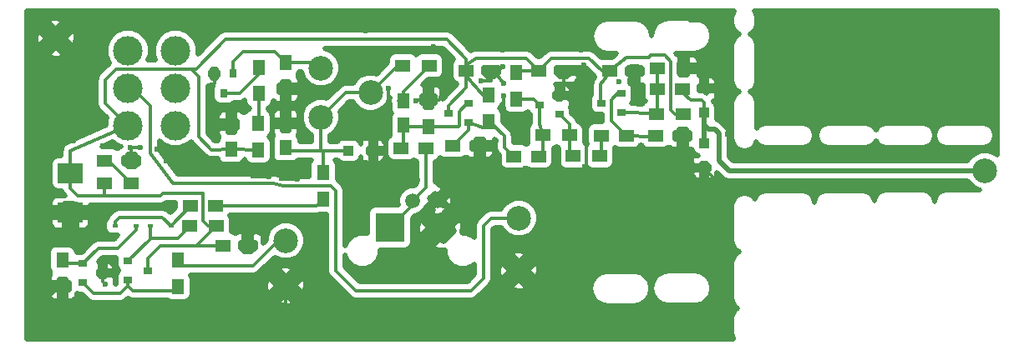
<source format=gbr>
G04 #@! TF.FileFunction,Copper,L1,Top,Signal*
%FSLAX46Y46*%
G04 Gerber Fmt 4.6, Leading zero omitted, Abs format (unit mm)*
G04 Created by KiCad (PCBNEW 4.0.7) date 04/19/20 17:06:55*
%MOMM*%
%LPD*%
G01*
G04 APERTURE LIST*
%ADD10C,0.100000*%
%ADD11C,3.000000*%
%ADD12R,1.500000X1.250000*%
%ADD13R,1.250000X1.500000*%
%ADD14R,1.000000X1.000000*%
%ADD15R,1.300000X1.500000*%
%ADD16R,0.900000X0.800000*%
%ADD17R,0.800000X0.900000*%
%ADD18R,1.500000X1.300000*%
%ADD19C,2.500000*%
%ADD20R,0.600000X0.450000*%
%ADD21R,2.500000X2.000000*%
%ADD22C,1.500000*%
%ADD23R,3.000000X3.000000*%
%ADD24C,0.600000*%
%ADD25C,0.350000*%
%ADD26C,0.500000*%
G04 APERTURE END LIST*
D10*
D11*
X56896000Y-93472000D03*
X56896000Y-89662000D03*
X56896000Y-85852000D03*
X52070000Y-93472000D03*
X52070000Y-89662000D03*
X52070000Y-85852000D03*
D12*
X105775000Y-89775000D03*
X108275000Y-89775000D03*
X100096000Y-94488000D03*
X102596000Y-94488000D03*
X91210000Y-96590000D03*
X93710000Y-96590000D03*
X82276000Y-95758000D03*
X79776000Y-95758000D03*
D13*
X68072000Y-93238000D03*
X68072000Y-95738000D03*
D12*
X88880000Y-87884000D03*
X86380000Y-87884000D03*
X58440000Y-101600000D03*
X60940000Y-101600000D03*
D14*
X110490000Y-92182000D03*
X110490000Y-89682000D03*
X110490000Y-97770000D03*
X110490000Y-95270000D03*
D15*
X65350000Y-87530000D03*
X65350000Y-90230000D03*
D14*
X74442000Y-96012000D03*
X76942000Y-96012000D03*
D16*
X102092000Y-92136000D03*
X102092000Y-90236000D03*
X100092000Y-91186000D03*
X95800000Y-92290000D03*
X95800000Y-90390000D03*
X93800000Y-91340000D03*
X86598000Y-93152000D03*
X86598000Y-91252000D03*
X84598000Y-92202000D03*
D17*
X62740000Y-88180000D03*
X60840000Y-88180000D03*
X61790000Y-90180000D03*
D16*
X52086000Y-107254000D03*
X52086000Y-109154000D03*
X54086000Y-108204000D03*
D18*
X108375000Y-92275000D03*
X105675000Y-92275000D03*
X105584000Y-94488000D03*
X108284000Y-94488000D03*
X105725000Y-87675000D03*
X108425000Y-87675000D03*
X94140000Y-94470000D03*
X96840000Y-94470000D03*
X97220000Y-96540000D03*
X99920000Y-96540000D03*
D15*
X91440000Y-88058000D03*
X91440000Y-90758000D03*
X88646000Y-90344000D03*
X88646000Y-93044000D03*
D18*
X85010000Y-95504000D03*
X87710000Y-95504000D03*
X79930000Y-87376000D03*
X82630000Y-87376000D03*
D15*
X82550000Y-93552000D03*
X82550000Y-90852000D03*
X71882000Y-100918000D03*
X71882000Y-98218000D03*
X68072000Y-87042000D03*
X68072000Y-89742000D03*
X65250000Y-95940000D03*
X65250000Y-93240000D03*
D18*
X61040000Y-103632000D03*
X58340000Y-103632000D03*
D15*
X57150000Y-107108000D03*
X57150000Y-109808000D03*
D19*
X76668000Y-90130000D03*
X71628000Y-92630000D03*
X71628000Y-87630000D03*
X138938000Y-98044000D03*
X44750000Y-84600000D03*
D12*
X64242000Y-105664000D03*
X61742000Y-105664000D03*
D18*
X49704000Y-97028000D03*
X52404000Y-97028000D03*
X52404000Y-99314000D03*
X49704000Y-99314000D03*
D20*
X56422000Y-103632000D03*
X54322000Y-103632000D03*
X52866000Y-103632000D03*
X50766000Y-103632000D03*
D19*
X91694000Y-102870000D03*
X91694000Y-108204000D03*
D16*
X47514000Y-107508000D03*
X47514000Y-109408000D03*
X49514000Y-108458000D03*
D15*
X45466000Y-107108000D03*
X45466000Y-109808000D03*
D21*
X46228000Y-102330000D03*
X46228000Y-98330000D03*
D19*
X68072000Y-109728000D03*
X68072000Y-105156000D03*
D12*
X103425000Y-87925000D03*
X100925000Y-87925000D03*
X93746000Y-87884000D03*
X96246000Y-87884000D03*
D13*
X80010000Y-90952000D03*
X80010000Y-93452000D03*
D22*
X80910000Y-101110000D03*
X83450000Y-101110000D03*
D23*
X78624000Y-103838000D03*
D11*
X83704000Y-103838000D03*
D13*
X62540000Y-93400000D03*
X62540000Y-95900000D03*
D24*
X76962000Y-94488000D03*
X76200000Y-83820000D03*
X76454000Y-86106000D03*
X77978000Y-86614000D03*
X78486000Y-89662000D03*
X78486000Y-92202000D03*
X77724000Y-93472000D03*
X83820000Y-90678000D03*
X82980000Y-83480000D03*
X83010000Y-85470000D03*
X84040000Y-86390000D03*
X84040000Y-89350000D03*
X87884000Y-97028000D03*
X88290000Y-98130000D03*
X89870000Y-84600000D03*
X90040000Y-85770000D03*
X90110000Y-87460000D03*
X90170000Y-91694000D03*
X90170000Y-90424000D03*
X90170000Y-89154000D03*
X91320000Y-93000000D03*
X91070000Y-94240000D03*
X91320000Y-95160000D03*
X92330000Y-97820000D03*
X98040000Y-83300000D03*
X98020000Y-84520000D03*
X98070000Y-85800000D03*
X98300000Y-87290000D03*
X97790000Y-92010000D03*
X98410000Y-92680000D03*
X98550000Y-94570000D03*
X98410000Y-97660000D03*
X98800000Y-98530000D03*
X110030000Y-100430000D03*
X108470000Y-99020000D03*
X106570000Y-99140000D03*
X103970000Y-99100000D03*
X102150000Y-99250000D03*
X100240000Y-99360000D03*
X97990000Y-99330000D03*
X96320000Y-99250000D03*
X94770000Y-99240000D03*
X92760000Y-99190000D03*
X90830000Y-99270000D03*
X88650000Y-99100000D03*
X86450000Y-99130000D03*
X84880000Y-99020000D03*
X83580000Y-99040000D03*
X81400000Y-98960000D03*
X80140000Y-98920000D03*
X78700000Y-98880000D03*
X76930000Y-98980000D03*
X75490000Y-98940000D03*
X73480000Y-98990000D03*
X69260000Y-98880000D03*
X67670000Y-98800000D03*
X66330000Y-98660000D03*
X64760000Y-98540000D03*
X62590000Y-98350000D03*
X60690000Y-98320000D03*
X58840000Y-98290000D03*
X57190000Y-98100000D03*
X55990000Y-97040000D03*
X55040000Y-95860000D03*
X53340000Y-95690000D03*
X52280000Y-95740000D03*
X50900000Y-95500000D03*
X49550000Y-95510000D03*
X46520000Y-95060000D03*
X44730000Y-95630000D03*
X42580000Y-86500000D03*
X42690000Y-87960000D03*
X42920000Y-90640000D03*
X42970000Y-93040000D03*
X42920000Y-95550000D03*
X43140000Y-98010000D03*
X42920000Y-100080000D03*
X42470000Y-102880000D03*
X42470000Y-105220000D03*
X42790000Y-108070000D03*
X42850000Y-110030000D03*
X42940000Y-111980000D03*
X44460000Y-113500000D03*
X46100000Y-113650000D03*
X48230000Y-113500000D03*
X50670000Y-113840000D03*
X52770000Y-113920000D03*
X55250000Y-113840000D03*
X57110000Y-113920000D03*
X59780000Y-113880000D03*
X62180000Y-113920000D03*
X64390000Y-113880000D03*
X67280000Y-113920000D03*
X68200000Y-112930000D03*
X69380000Y-113960000D03*
X71170000Y-114110000D03*
X72770000Y-114340000D03*
X74870000Y-114220000D03*
X76920000Y-114340000D03*
X79210000Y-114340000D03*
X81150000Y-114410000D03*
X83480000Y-114330000D03*
X86810000Y-114270000D03*
X89520000Y-114050000D03*
X92320000Y-113580000D03*
X112460000Y-99860000D03*
X112320000Y-101730000D03*
X112370000Y-103320000D03*
X112400000Y-104890000D03*
X112400000Y-106720000D03*
X112320000Y-108590000D03*
X112280000Y-110760000D03*
X112360000Y-112240000D03*
X111900000Y-113650000D03*
X109580000Y-113690000D03*
X106220000Y-113390000D03*
X103630000Y-113390000D03*
X101270000Y-113230000D03*
X98830000Y-113580000D03*
X96770000Y-113580000D03*
X94640000Y-113690000D03*
X111750000Y-99060000D03*
X113500000Y-99520000D03*
X115370000Y-99560000D03*
X117460000Y-99560000D03*
X119250000Y-99710000D03*
X120970000Y-99520000D03*
X123290000Y-99630000D03*
X125810000Y-99520000D03*
X127750000Y-99330000D03*
X129500000Y-99290000D03*
X131710000Y-99360000D03*
X133620000Y-99480000D03*
X135710000Y-99590000D03*
X135790000Y-96350000D03*
X133650000Y-96430000D03*
X131290000Y-96470000D03*
X129390000Y-96700000D03*
X128050000Y-96580000D03*
X126340000Y-96500000D03*
X124560000Y-96530000D03*
X122770000Y-96450000D03*
X120980000Y-96370000D03*
X119160000Y-96340000D03*
X117210000Y-96390000D03*
X115230000Y-96340000D03*
X113630000Y-96380000D03*
X113000000Y-95540000D03*
X112880000Y-94350000D03*
X112530000Y-92780000D03*
X112370000Y-91400000D03*
X42560000Y-82520000D03*
X44830000Y-82030000D03*
X46800000Y-82050000D03*
X48620000Y-82120000D03*
X50660000Y-81980000D03*
X53760000Y-82220000D03*
X56430000Y-82410000D03*
X59280000Y-82330000D03*
X62140000Y-82420000D03*
X64820000Y-82530000D03*
X67950000Y-82260000D03*
X70800000Y-82260000D03*
X73760000Y-82310000D03*
X77520000Y-82410000D03*
X84460000Y-82320000D03*
X80720000Y-82500000D03*
X87570000Y-82410000D03*
X90860000Y-82410000D03*
X94060000Y-82540000D03*
X96340000Y-82360000D03*
X97980000Y-82360000D03*
X112320000Y-90250000D03*
X112460000Y-89040000D03*
X112320000Y-86750000D03*
X112510000Y-85080000D03*
X112710000Y-83230000D03*
X111620000Y-82870000D03*
X108740000Y-82530000D03*
X106480000Y-82310000D03*
X104610000Y-82280000D03*
X102960000Y-82240000D03*
X100600000Y-82130000D03*
X49770000Y-109580000D03*
X49930000Y-107010000D03*
X97670000Y-88010000D03*
X97600000Y-89080000D03*
X97160000Y-90310000D03*
X97160000Y-91330000D03*
X101820000Y-89040000D03*
X102930000Y-88960000D03*
X60860000Y-93330000D03*
X60290000Y-92440000D03*
X60310000Y-90950000D03*
X60270000Y-89730000D03*
X75946000Y-97536000D03*
X76962000Y-97282000D03*
X103886000Y-90932000D03*
X87884000Y-88900000D03*
X81280000Y-90932000D03*
X89408000Y-94996000D03*
D25*
X76962000Y-94488000D02*
X76962000Y-94234000D01*
X76942000Y-94508000D02*
X76962000Y-94488000D01*
X76942000Y-96012000D02*
X76942000Y-94508000D01*
X77520000Y-82500000D02*
X77520000Y-82410000D01*
X76200000Y-83820000D02*
X77520000Y-82500000D01*
X77470000Y-86106000D02*
X76454000Y-86106000D01*
X77978000Y-86614000D02*
X77470000Y-86106000D01*
X78486000Y-92202000D02*
X78486000Y-89662000D01*
X76962000Y-94234000D02*
X77724000Y-93472000D01*
X83820000Y-90678000D02*
X83820000Y-89570000D01*
X83646000Y-90852000D02*
X83820000Y-90678000D01*
X82550000Y-90852000D02*
X83646000Y-90852000D01*
X84140000Y-82320000D02*
X84460000Y-82320000D01*
X82980000Y-83480000D02*
X84140000Y-82320000D01*
X83120000Y-85470000D02*
X83010000Y-85470000D01*
X84040000Y-86390000D02*
X83120000Y-85470000D01*
X83820000Y-89570000D02*
X84040000Y-89350000D01*
X87710000Y-96854000D02*
X87884000Y-97028000D01*
X87710000Y-96854000D02*
X87710000Y-95504000D01*
X87884000Y-97724000D02*
X87884000Y-97028000D01*
X88290000Y-98130000D02*
X87884000Y-97724000D01*
X88880000Y-87884000D02*
X89686000Y-87884000D01*
X89870000Y-85600000D02*
X89870000Y-84600000D01*
X90040000Y-85770000D02*
X89870000Y-85600000D01*
X89686000Y-87884000D02*
X90110000Y-87460000D01*
X92760000Y-99190000D02*
X92760000Y-98250000D01*
X90170000Y-90424000D02*
X90170000Y-91694000D01*
X90170000Y-89154000D02*
X89154000Y-87884000D01*
X90170000Y-91850000D02*
X90170000Y-91694000D01*
X91320000Y-93000000D02*
X90170000Y-91850000D01*
X91070000Y-94910000D02*
X91070000Y-94240000D01*
X91320000Y-95160000D02*
X91070000Y-94910000D01*
X92760000Y-98250000D02*
X92330000Y-97820000D01*
X97670000Y-88010000D02*
X97670000Y-87920000D01*
X97980000Y-83240000D02*
X97980000Y-82360000D01*
X98040000Y-83300000D02*
X97980000Y-83240000D01*
X98020000Y-85750000D02*
X98020000Y-84520000D01*
X98070000Y-85800000D02*
X98020000Y-85750000D01*
X97670000Y-87920000D02*
X98300000Y-87290000D01*
X97990000Y-99330000D02*
X98000000Y-99330000D01*
X97790000Y-92060000D02*
X97790000Y-92010000D01*
X98410000Y-92680000D02*
X97790000Y-92060000D01*
X98550000Y-97520000D02*
X98550000Y-94570000D01*
X98410000Y-97660000D02*
X98550000Y-97520000D01*
X98000000Y-99330000D02*
X98800000Y-98530000D01*
X52280000Y-95740000D02*
X53290000Y-95740000D01*
X110600000Y-99860000D02*
X112460000Y-99860000D01*
X110030000Y-100430000D02*
X110600000Y-99860000D01*
X106690000Y-99020000D02*
X108470000Y-99020000D01*
X106570000Y-99140000D02*
X106690000Y-99020000D01*
X102300000Y-99100000D02*
X103970000Y-99100000D01*
X102150000Y-99250000D02*
X102300000Y-99100000D01*
X98020000Y-99360000D02*
X100240000Y-99360000D01*
X97990000Y-99330000D02*
X98020000Y-99360000D01*
X94780000Y-99250000D02*
X96320000Y-99250000D01*
X94770000Y-99240000D02*
X94780000Y-99250000D01*
X90910000Y-99190000D02*
X92760000Y-99190000D01*
X90830000Y-99270000D02*
X90910000Y-99190000D01*
X86480000Y-99100000D02*
X88650000Y-99100000D01*
X86450000Y-99130000D02*
X86480000Y-99100000D01*
X83600000Y-99020000D02*
X84880000Y-99020000D01*
X83580000Y-99040000D02*
X83600000Y-99020000D01*
X80180000Y-98960000D02*
X81400000Y-98960000D01*
X80140000Y-98920000D02*
X80180000Y-98960000D01*
X77030000Y-98880000D02*
X78700000Y-98880000D01*
X76930000Y-98980000D02*
X77030000Y-98880000D01*
X73530000Y-98940000D02*
X75490000Y-98940000D01*
X73480000Y-98990000D02*
X73530000Y-98940000D01*
X67750000Y-98880000D02*
X69260000Y-98880000D01*
X67670000Y-98800000D02*
X67750000Y-98880000D01*
X64880000Y-98660000D02*
X66330000Y-98660000D01*
X64760000Y-98540000D02*
X64880000Y-98660000D01*
X60720000Y-98350000D02*
X62590000Y-98350000D01*
X60690000Y-98320000D02*
X60720000Y-98350000D01*
X57380000Y-98290000D02*
X58840000Y-98290000D01*
X57190000Y-98100000D02*
X57380000Y-98290000D01*
X55990000Y-96810000D02*
X55990000Y-97040000D01*
X55040000Y-95860000D02*
X55990000Y-96810000D01*
X53290000Y-95740000D02*
X53340000Y-95690000D01*
X52404000Y-95864000D02*
X52280000Y-95740000D01*
X50900000Y-95500000D02*
X50890000Y-95510000D01*
X50890000Y-95510000D02*
X49550000Y-95510000D01*
X52404000Y-95864000D02*
X52404000Y-97028000D01*
X45300000Y-95060000D02*
X46520000Y-95060000D01*
X44730000Y-95630000D02*
X45300000Y-95060000D01*
X42940000Y-111980000D02*
X42940000Y-110120000D01*
X42580000Y-87850000D02*
X42580000Y-86500000D01*
X42690000Y-87960000D02*
X42580000Y-87850000D01*
X42920000Y-92990000D02*
X42920000Y-90640000D01*
X42970000Y-93040000D02*
X42920000Y-92990000D01*
X42920000Y-97790000D02*
X42920000Y-95550000D01*
X43140000Y-98010000D02*
X42920000Y-97790000D01*
X42920000Y-102430000D02*
X42920000Y-100080000D01*
X42470000Y-102880000D02*
X42920000Y-102430000D01*
X42470000Y-107750000D02*
X42470000Y-105220000D01*
X42790000Y-108070000D02*
X42470000Y-107750000D01*
X42940000Y-110120000D02*
X42850000Y-110030000D01*
X69380000Y-113960000D02*
X67320000Y-113960000D01*
X42940000Y-111980000D02*
X45112000Y-109808000D01*
X45950000Y-113500000D02*
X44460000Y-113500000D01*
X46100000Y-113650000D02*
X45950000Y-113500000D01*
X50330000Y-113500000D02*
X48230000Y-113500000D01*
X50670000Y-113840000D02*
X50330000Y-113500000D01*
X55170000Y-113920000D02*
X52770000Y-113920000D01*
X55250000Y-113840000D02*
X55170000Y-113920000D01*
X59740000Y-113920000D02*
X57110000Y-113920000D01*
X59780000Y-113880000D02*
X59740000Y-113920000D01*
X64350000Y-113920000D02*
X62180000Y-113920000D01*
X64390000Y-113880000D02*
X64350000Y-113920000D01*
X67320000Y-113960000D02*
X67280000Y-113920000D01*
X45112000Y-109808000D02*
X45466000Y-109808000D01*
X68072000Y-112802000D02*
X68072000Y-109728000D01*
X68200000Y-112930000D02*
X68072000Y-112802000D01*
X71020000Y-113960000D02*
X69380000Y-113960000D01*
X71170000Y-114110000D02*
X71020000Y-113960000D01*
X74750000Y-114340000D02*
X72770000Y-114340000D01*
X74870000Y-114220000D02*
X74750000Y-114340000D01*
X79210000Y-114340000D02*
X76920000Y-114340000D01*
X83400000Y-114410000D02*
X81150000Y-114410000D01*
X83480000Y-114330000D02*
X83400000Y-114410000D01*
X89300000Y-114270000D02*
X86810000Y-114270000D01*
X89520000Y-114050000D02*
X89300000Y-114270000D01*
X111750000Y-99060000D02*
X111750000Y-99150000D01*
X111750000Y-99150000D02*
X112460000Y-99860000D01*
X112320000Y-101730000D02*
X112370000Y-101780000D01*
X112370000Y-101780000D02*
X112370000Y-103320000D01*
X112400000Y-104890000D02*
X112400000Y-106720000D01*
X112320000Y-108590000D02*
X112280000Y-108630000D01*
X112280000Y-108630000D02*
X112280000Y-110760000D01*
X112360000Y-112240000D02*
X111900000Y-112700000D01*
X111900000Y-112700000D02*
X111900000Y-113650000D01*
X109580000Y-113690000D02*
X109280000Y-113390000D01*
X109280000Y-113390000D02*
X106220000Y-113390000D01*
X103630000Y-113390000D02*
X103470000Y-113230000D01*
X103470000Y-113230000D02*
X101270000Y-113230000D01*
X98830000Y-113580000D02*
X96770000Y-113580000D01*
X94640000Y-113690000D02*
X94530000Y-113580000D01*
X94530000Y-113580000D02*
X92320000Y-113580000D01*
X112320000Y-90250000D02*
X112320000Y-91350000D01*
X111750000Y-99060000D02*
X110490000Y-97800000D01*
X115330000Y-99520000D02*
X113500000Y-99520000D01*
X115370000Y-99560000D02*
X115330000Y-99520000D01*
X119100000Y-99560000D02*
X117460000Y-99560000D01*
X119250000Y-99710000D02*
X119100000Y-99560000D01*
X123180000Y-99520000D02*
X120970000Y-99520000D01*
X123290000Y-99630000D02*
X123180000Y-99520000D01*
X127560000Y-99520000D02*
X125810000Y-99520000D01*
X127750000Y-99330000D02*
X127560000Y-99520000D01*
X131640000Y-99290000D02*
X129500000Y-99290000D01*
X131710000Y-99360000D02*
X131640000Y-99290000D01*
X135600000Y-99480000D02*
X133620000Y-99480000D01*
X135710000Y-99590000D02*
X135600000Y-99480000D01*
X133730000Y-96350000D02*
X135790000Y-96350000D01*
X133650000Y-96430000D02*
X133730000Y-96350000D01*
X131100000Y-96660000D02*
X131290000Y-96470000D01*
X129430000Y-96660000D02*
X131100000Y-96660000D01*
X129390000Y-96700000D02*
X129430000Y-96660000D01*
X126420000Y-96580000D02*
X128050000Y-96580000D01*
X126340000Y-96500000D02*
X126420000Y-96580000D01*
X122850000Y-96530000D02*
X124560000Y-96530000D01*
X122770000Y-96450000D02*
X122850000Y-96530000D01*
X119190000Y-96370000D02*
X120980000Y-96370000D01*
X119160000Y-96340000D02*
X119190000Y-96370000D01*
X115280000Y-96390000D02*
X117210000Y-96390000D01*
X115230000Y-96340000D02*
X115280000Y-96390000D01*
X113630000Y-96170000D02*
X113630000Y-96380000D01*
X113000000Y-95540000D02*
X113630000Y-96170000D01*
X112880000Y-93130000D02*
X112880000Y-94350000D01*
X112530000Y-92780000D02*
X112880000Y-93130000D01*
X112320000Y-91350000D02*
X112370000Y-91400000D01*
X110490000Y-97800000D02*
X110490000Y-97770000D01*
X44750000Y-84600000D02*
X44640000Y-84600000D01*
X44640000Y-84600000D02*
X42560000Y-82520000D01*
X44830000Y-82030000D02*
X44850000Y-82050000D01*
X44850000Y-82050000D02*
X46800000Y-82050000D01*
X48620000Y-82120000D02*
X48760000Y-81980000D01*
X48760000Y-81980000D02*
X50660000Y-81980000D01*
X53760000Y-82220000D02*
X53950000Y-82410000D01*
X53950000Y-82410000D02*
X56430000Y-82410000D01*
X59280000Y-82330000D02*
X59370000Y-82420000D01*
X59370000Y-82420000D02*
X62140000Y-82420000D01*
X64820000Y-82530000D02*
X65090000Y-82260000D01*
X65090000Y-82260000D02*
X67950000Y-82260000D01*
X70800000Y-82260000D02*
X70850000Y-82310000D01*
X70850000Y-82310000D02*
X73760000Y-82310000D01*
X77520000Y-82410000D02*
X77610000Y-82500000D01*
X77610000Y-82500000D02*
X80720000Y-82500000D01*
X84460000Y-82320000D02*
X84550000Y-82410000D01*
X84550000Y-82410000D02*
X87570000Y-82410000D01*
X96340000Y-82360000D02*
X97980000Y-82360000D01*
X90860000Y-82410000D02*
X90990000Y-82540000D01*
X90990000Y-82540000D02*
X94060000Y-82540000D01*
X112040000Y-88620000D02*
X112460000Y-89040000D01*
X112040000Y-87030000D02*
X112040000Y-88620000D01*
X112320000Y-86750000D02*
X112040000Y-87030000D01*
X112510000Y-83430000D02*
X112510000Y-85080000D01*
X112710000Y-83230000D02*
X112510000Y-83430000D01*
X109080000Y-82870000D02*
X111620000Y-82870000D01*
X108740000Y-82530000D02*
X109080000Y-82870000D01*
X104640000Y-82310000D02*
X106480000Y-82310000D01*
X104610000Y-82280000D02*
X104640000Y-82310000D01*
X100710000Y-82240000D02*
X102960000Y-82240000D01*
X100600000Y-82130000D02*
X100710000Y-82240000D01*
X112320000Y-90250000D02*
X111752000Y-89682000D01*
X111752000Y-89682000D02*
X110490000Y-89682000D01*
X49514000Y-108458000D02*
X49514000Y-109324000D01*
X49514000Y-109324000D02*
X49770000Y-109580000D01*
X49514000Y-108458000D02*
X49514000Y-107426000D01*
X49514000Y-107426000D02*
X49930000Y-107010000D01*
X96246000Y-87884000D02*
X97544000Y-87884000D01*
X97544000Y-87884000D02*
X97670000Y-88010000D01*
X97600000Y-89080000D02*
X97160000Y-89520000D01*
X97160000Y-89520000D02*
X97160000Y-90310000D01*
X97160000Y-91330000D02*
X96220000Y-90390000D01*
X96220000Y-90390000D02*
X95800000Y-90390000D01*
X103425000Y-87925000D02*
X103425000Y-88465000D01*
X103425000Y-88465000D02*
X102930000Y-88960000D01*
X60840000Y-88180000D02*
X60840000Y-89160000D01*
X60930000Y-93400000D02*
X62540000Y-93400000D01*
X60860000Y-93330000D02*
X60930000Y-93400000D01*
X60290000Y-90970000D02*
X60290000Y-92440000D01*
X60310000Y-90950000D02*
X60290000Y-90970000D01*
X60840000Y-89160000D02*
X60270000Y-89730000D01*
X76942000Y-96012000D02*
X76942000Y-97262000D01*
X75692000Y-97282000D02*
X74930000Y-97282000D01*
X75946000Y-97536000D02*
X75692000Y-97282000D01*
X76942000Y-97262000D02*
X76962000Y-97282000D01*
X103425000Y-87925000D02*
X103425000Y-87931000D01*
X103425000Y-87931000D02*
X103886000Y-88392000D01*
X103886000Y-88392000D02*
X103886000Y-90932000D01*
X88880000Y-87884000D02*
X88880000Y-88920000D01*
X88860000Y-88900000D02*
X87884000Y-88900000D01*
X88880000Y-88920000D02*
X88860000Y-88900000D01*
X88880000Y-87884000D02*
X89154000Y-87884000D01*
X82550000Y-90852000D02*
X81360000Y-90852000D01*
X81360000Y-90852000D02*
X81280000Y-90932000D01*
X87710000Y-95504000D02*
X88900000Y-95504000D01*
X88900000Y-95504000D02*
X89408000Y-94996000D01*
X96246000Y-87884000D02*
X96246000Y-89944000D01*
X96246000Y-89944000D02*
X95800000Y-90390000D01*
X102092000Y-92136000D02*
X105650000Y-92250000D01*
X105650000Y-92250000D02*
X105675000Y-92275000D01*
X105775000Y-89775000D02*
X105775000Y-92175000D01*
X105775000Y-92175000D02*
X105675000Y-92275000D01*
X105725000Y-87675000D02*
X105725000Y-89725000D01*
X105725000Y-89725000D02*
X105775000Y-89775000D01*
X108275000Y-89775000D02*
X108275000Y-90075000D01*
X108275000Y-90075000D02*
X109100000Y-90900000D01*
X109100000Y-90900000D02*
X110225000Y-90900000D01*
X110225000Y-90900000D02*
X110490000Y-91165000D01*
X110490000Y-91165000D02*
X110490000Y-92182000D01*
D26*
X110490000Y-93440000D02*
X110490000Y-95270000D01*
X138938000Y-98044000D02*
X112994000Y-98044000D01*
X110490000Y-93440000D02*
X110490000Y-92182000D01*
X110875000Y-93825000D02*
X110490000Y-93440000D01*
X111550000Y-93825000D02*
X110875000Y-93825000D01*
X111975000Y-94250000D02*
X111550000Y-93825000D01*
X111975000Y-97025000D02*
X111975000Y-94250000D01*
X112994000Y-98044000D02*
X111975000Y-97025000D01*
D25*
X100096000Y-94488000D02*
X100096000Y-96364000D01*
X100096000Y-96364000D02*
X99920000Y-96540000D01*
X100300000Y-96160000D02*
X99920000Y-96540000D01*
X102092000Y-90236000D02*
X101714000Y-90236000D01*
X101714000Y-90236000D02*
X101090000Y-90860000D01*
X101090000Y-92982000D02*
X102596000Y-94488000D01*
X101090000Y-90860000D02*
X101090000Y-92982000D01*
X102092000Y-90236000D02*
X102057000Y-90236000D01*
X102596000Y-94488000D02*
X105270000Y-94575000D01*
X105270000Y-94575000D02*
X105395000Y-94700000D01*
X102346000Y-94238000D02*
X102596000Y-94488000D01*
X91210000Y-96590000D02*
X91160000Y-96590000D01*
X91160000Y-96590000D02*
X90260000Y-95690000D01*
X90260000Y-95690000D02*
X90260000Y-94550000D01*
X90260000Y-94550000D02*
X88754000Y-93044000D01*
X88754000Y-93044000D02*
X88646000Y-93044000D01*
X86598000Y-93152000D02*
X86598000Y-93916000D01*
X86598000Y-93916000D02*
X85010000Y-95504000D01*
X86598000Y-93152000D02*
X88030000Y-93660000D01*
X88030000Y-93660000D02*
X88646000Y-93044000D01*
X86706000Y-93044000D02*
X86598000Y-93152000D01*
X94140000Y-94470000D02*
X94140000Y-96160000D01*
X94140000Y-96160000D02*
X93710000Y-96590000D01*
X91440000Y-90758000D02*
X93218000Y-90758000D01*
X93218000Y-90758000D02*
X93800000Y-91340000D01*
X93800000Y-91340000D02*
X93800000Y-93318000D01*
X93800000Y-93318000D02*
X94140000Y-94470000D01*
X80910000Y-101110000D02*
X80910000Y-101552000D01*
X80910000Y-101552000D02*
X78624000Y-103838000D01*
X82276000Y-95758000D02*
X82276000Y-99744000D01*
X82276000Y-99744000D02*
X80910000Y-101110000D01*
X86598000Y-91252000D02*
X86448000Y-91252000D01*
X86448000Y-91252000D02*
X85630000Y-92070000D01*
X85598000Y-93552000D02*
X82550000Y-93552000D01*
X85630000Y-93520000D02*
X85598000Y-93552000D01*
X85630000Y-92070000D02*
X85630000Y-93520000D01*
X80010000Y-93452000D02*
X80010000Y-95524000D01*
X80010000Y-95524000D02*
X79776000Y-95758000D01*
X82550000Y-93552000D02*
X80110000Y-93552000D01*
X80110000Y-93552000D02*
X80010000Y-93452000D01*
X86598000Y-91252000D02*
X86548000Y-91252000D01*
X80010000Y-90952000D02*
X79482000Y-90952000D01*
X80010000Y-90952000D02*
X80010000Y-89996000D01*
X80010000Y-89996000D02*
X82630000Y-87376000D01*
X71882000Y-98218000D02*
X71882000Y-96012000D01*
X72136000Y-96012000D02*
X71882000Y-96012000D01*
X71882000Y-96012000D02*
X68346000Y-96012000D01*
X68346000Y-96012000D02*
X68072000Y-95738000D01*
X71628000Y-92630000D02*
X71628000Y-96012000D01*
X74442000Y-96012000D02*
X72136000Y-96012000D01*
X72136000Y-96012000D02*
X71628000Y-96012000D01*
X76668000Y-90130000D02*
X74128000Y-90130000D01*
X74128000Y-90130000D02*
X71628000Y-92630000D01*
X79930000Y-87376000D02*
X79422000Y-87376000D01*
X79422000Y-87376000D02*
X76668000Y-90130000D01*
X50766000Y-103632000D02*
X50766000Y-103224000D01*
X55570000Y-102780000D02*
X56422000Y-103632000D01*
X51210000Y-102780000D02*
X55570000Y-102780000D01*
X50766000Y-103224000D02*
X51210000Y-102780000D01*
X56422000Y-103632000D02*
X56422000Y-103618000D01*
X56422000Y-103618000D02*
X58440000Y-101600000D01*
X60940000Y-101600000D02*
X71200000Y-101600000D01*
X71200000Y-101600000D02*
X71882000Y-100918000D01*
X65350000Y-87530000D02*
X65350000Y-88230000D01*
X65350000Y-88230000D02*
X63400000Y-90180000D01*
X63400000Y-90180000D02*
X61790000Y-90180000D01*
X65350000Y-90230000D02*
X65350000Y-93140000D01*
X65350000Y-93140000D02*
X65250000Y-93240000D01*
X62540000Y-95900000D02*
X65240000Y-95930000D01*
X65240000Y-95930000D02*
X65250000Y-95940000D01*
X58650000Y-87730000D02*
X58650000Y-87930000D01*
X60510000Y-95910000D02*
X62540000Y-95900000D01*
X59230000Y-94630000D02*
X60510000Y-95910000D01*
X59230000Y-88510000D02*
X59230000Y-94630000D01*
X58650000Y-87930000D02*
X59230000Y-88510000D01*
X55180000Y-87730000D02*
X50910000Y-87730000D01*
X49790000Y-91192000D02*
X52070000Y-93472000D01*
X49790000Y-88850000D02*
X49790000Y-91192000D01*
X50910000Y-87730000D02*
X49790000Y-88850000D01*
X86380000Y-87884000D02*
X86380000Y-86690000D01*
X58960000Y-87730000D02*
X58650000Y-87730000D01*
X58650000Y-87730000D02*
X55180000Y-87730000D01*
X61980000Y-84710000D02*
X58960000Y-87730000D01*
X84400000Y-84710000D02*
X61980000Y-84710000D01*
X86380000Y-86690000D02*
X84400000Y-84710000D01*
X49704000Y-99314000D02*
X49704000Y-100584000D01*
X49704000Y-100584000D02*
X49530000Y-100584000D01*
X46228000Y-98330000D02*
X46228000Y-96012000D01*
X46228000Y-96012000D02*
X52070000Y-93472000D01*
X61040000Y-103632000D02*
X60198000Y-103632000D01*
X46228000Y-99822000D02*
X46228000Y-98330000D01*
X46990000Y-100584000D02*
X46228000Y-99822000D01*
X55372000Y-100584000D02*
X49530000Y-100584000D01*
X49530000Y-100584000D02*
X46990000Y-100584000D01*
X55626000Y-100330000D02*
X55372000Y-100584000D01*
X59690000Y-100330000D02*
X55626000Y-100330000D01*
X59690000Y-103124000D02*
X59690000Y-100330000D01*
X60198000Y-103632000D02*
X59690000Y-103124000D01*
X59008000Y-105664000D02*
X61742000Y-105664000D01*
X54086000Y-108204000D02*
X54086000Y-106950000D01*
X59008000Y-105664000D02*
X61040000Y-103632000D01*
X55372000Y-105664000D02*
X59008000Y-105664000D01*
X54086000Y-106950000D02*
X55372000Y-105664000D01*
X88646000Y-90344000D02*
X88058000Y-90344000D01*
X88058000Y-90344000D02*
X86380000Y-88412000D01*
X86380000Y-88412000D02*
X86380000Y-87884000D01*
X84598000Y-92202000D02*
X84598000Y-91424000D01*
X86380000Y-89642000D02*
X86380000Y-87884000D01*
X84598000Y-91424000D02*
X86380000Y-89642000D01*
X88472000Y-90170000D02*
X88646000Y-90344000D01*
X86380000Y-87884000D02*
X86380000Y-87356000D01*
X86380000Y-87356000D02*
X87376000Y-86614000D01*
X92476000Y-86614000D02*
X93746000Y-87884000D01*
X87376000Y-86614000D02*
X92476000Y-86614000D01*
X93746000Y-87884000D02*
X91614000Y-87884000D01*
X91614000Y-87884000D02*
X91440000Y-88058000D01*
X100925000Y-87925000D02*
X100117000Y-87925000D01*
X95016000Y-86614000D02*
X93746000Y-87884000D01*
X98806000Y-86614000D02*
X95016000Y-86614000D01*
X100117000Y-87925000D02*
X98806000Y-86614000D01*
X100925000Y-87925000D02*
X100925000Y-88050000D01*
X100925000Y-88050000D02*
X100000000Y-89250000D01*
X100000000Y-90775000D02*
X100092000Y-91186000D01*
X100000000Y-89250000D02*
X100000000Y-90775000D01*
X108375000Y-92275000D02*
X107525000Y-92275000D01*
X102575000Y-86550000D02*
X100925000Y-87925000D01*
X104850000Y-86550000D02*
X102575000Y-86550000D01*
X105100000Y-86300000D02*
X104850000Y-86550000D01*
X106475000Y-86300000D02*
X105100000Y-86300000D01*
X107125000Y-86950000D02*
X106475000Y-86300000D01*
X107125000Y-91875000D02*
X107125000Y-86950000D01*
X107525000Y-92275000D02*
X107125000Y-91875000D01*
X49704000Y-97028000D02*
X50118000Y-97028000D01*
X50118000Y-97028000D02*
X52404000Y-99314000D01*
X54322000Y-104902000D02*
X57150000Y-104902000D01*
X57150000Y-104902000D02*
X58340000Y-103712000D01*
X58340000Y-103712000D02*
X58340000Y-103632000D01*
X54322000Y-103632000D02*
X54322000Y-104902000D01*
X54322000Y-104902000D02*
X54322000Y-105018000D01*
X54322000Y-105018000D02*
X52086000Y-107254000D01*
X52866000Y-103632000D02*
X52866000Y-104106000D01*
X49104000Y-105918000D02*
X47514000Y-107508000D01*
X51054000Y-105918000D02*
X49104000Y-105918000D01*
X52866000Y-104106000D02*
X51054000Y-105918000D01*
X47514000Y-107508000D02*
X45866000Y-107508000D01*
X45866000Y-107508000D02*
X45466000Y-107108000D01*
X86106000Y-110236000D02*
X86868000Y-110236000D01*
X88900000Y-102870000D02*
X91694000Y-102870000D01*
X88138000Y-103632000D02*
X88900000Y-102870000D01*
X88138000Y-108966000D02*
X88138000Y-103632000D01*
X86868000Y-110236000D02*
X88138000Y-108966000D01*
X52070000Y-89662000D02*
X52578000Y-89662000D01*
X52578000Y-89662000D02*
X54356000Y-91440000D01*
X54356000Y-91440000D02*
X54356000Y-96266000D01*
X54356000Y-96266000D02*
X56646000Y-99350000D01*
X56646000Y-99350000D02*
X66806000Y-99350000D01*
X66806000Y-99350000D02*
X67818000Y-99568000D01*
X67818000Y-99568000D02*
X72644000Y-99568000D01*
X72644000Y-99568000D02*
X73152000Y-100076000D01*
X73152000Y-100076000D02*
X73152000Y-108204000D01*
X73152000Y-108204000D02*
X75184000Y-110236000D01*
X75184000Y-110236000D02*
X86106000Y-110236000D01*
X52086000Y-109712000D02*
X52086000Y-109744000D01*
X52578000Y-110236000D02*
X56722000Y-110236000D01*
X52086000Y-109744000D02*
X52578000Y-110236000D01*
X56722000Y-110236000D02*
X57150000Y-109808000D01*
X52086000Y-109154000D02*
X52086000Y-109712000D01*
X48596000Y-110490000D02*
X47514000Y-109408000D01*
X51308000Y-110490000D02*
X48596000Y-110490000D01*
X52086000Y-109712000D02*
X51308000Y-110490000D01*
X68072000Y-105156000D02*
X67310000Y-105156000D01*
X67310000Y-105156000D02*
X64770000Y-107696000D01*
X64770000Y-107696000D02*
X57738000Y-107696000D01*
X57738000Y-107696000D02*
X57150000Y-107108000D01*
X96840000Y-94470000D02*
X96840000Y-93330000D01*
X96840000Y-93330000D02*
X95800000Y-92290000D01*
X96840000Y-94470000D02*
X96840000Y-96160000D01*
X96840000Y-96160000D02*
X97220000Y-96540000D01*
X97056000Y-94254000D02*
X96840000Y-94470000D01*
X68072000Y-87042000D02*
X71040000Y-87042000D01*
X71040000Y-87042000D02*
X71628000Y-87630000D01*
X62740000Y-88180000D02*
X62740000Y-87000000D01*
X67000000Y-85970000D02*
X68072000Y-87042000D01*
X63770000Y-85970000D02*
X67000000Y-85970000D01*
X62740000Y-87000000D02*
X63770000Y-85970000D01*
D26*
G36*
X113399151Y-82046259D02*
X113304000Y-82524613D01*
X113304000Y-83083387D01*
X113399151Y-83561741D01*
X113670117Y-83967270D01*
X114015888Y-84198307D01*
X113670117Y-84429344D01*
X113399151Y-84834873D01*
X113304000Y-85313227D01*
X113304000Y-88930773D01*
X113399151Y-89409127D01*
X113670117Y-89814656D01*
X114011858Y-90043000D01*
X113670117Y-90271344D01*
X113399151Y-90676873D01*
X113304000Y-91155227D01*
X113304000Y-94772773D01*
X113399151Y-95251127D01*
X113670117Y-95656656D01*
X114075646Y-95927622D01*
X114554000Y-96022773D01*
X115032354Y-95927622D01*
X115437883Y-95656656D01*
X115708849Y-95251127D01*
X115740004Y-95094502D01*
X115925344Y-95371883D01*
X116330873Y-95642849D01*
X116809227Y-95738000D01*
X120426773Y-95738000D01*
X120905127Y-95642849D01*
X121310656Y-95371883D01*
X121581622Y-94966354D01*
X121676773Y-94488000D01*
X121909227Y-94488000D01*
X122004378Y-94966354D01*
X122275344Y-95371883D01*
X122680873Y-95642849D01*
X123159227Y-95738000D01*
X126776773Y-95738000D01*
X127255127Y-95642849D01*
X127660656Y-95371883D01*
X127889000Y-95030142D01*
X128117344Y-95371883D01*
X128522873Y-95642849D01*
X129001227Y-95738000D01*
X132618773Y-95738000D01*
X133097127Y-95642849D01*
X133502656Y-95371883D01*
X133773622Y-94966354D01*
X133858000Y-94542159D01*
X133942378Y-94966354D01*
X134213344Y-95371883D01*
X134618873Y-95642849D01*
X135097227Y-95738000D01*
X138714773Y-95738000D01*
X139193127Y-95642849D01*
X139598656Y-95371883D01*
X139869622Y-94966354D01*
X139964773Y-94488000D01*
X139869622Y-94009646D01*
X139598656Y-93604117D01*
X139193127Y-93333151D01*
X138714773Y-93238000D01*
X135097227Y-93238000D01*
X134618873Y-93333151D01*
X134213344Y-93604117D01*
X133942378Y-94009646D01*
X133858000Y-94433841D01*
X133773622Y-94009646D01*
X133502656Y-93604117D01*
X133097127Y-93333151D01*
X132618773Y-93238000D01*
X129001227Y-93238000D01*
X128522873Y-93333151D01*
X128117344Y-93604117D01*
X127889000Y-93945858D01*
X127660656Y-93604117D01*
X127255127Y-93333151D01*
X126776773Y-93238000D01*
X123159227Y-93238000D01*
X122680873Y-93333151D01*
X122275344Y-93604117D01*
X122004378Y-94009646D01*
X121909227Y-94488000D01*
X121676773Y-94488000D01*
X121581622Y-94009646D01*
X121310656Y-93604117D01*
X120905127Y-93333151D01*
X120426773Y-93238000D01*
X116809227Y-93238000D01*
X116330873Y-93333151D01*
X115925344Y-93604117D01*
X115804000Y-93785721D01*
X115804000Y-91155227D01*
X115708849Y-90676873D01*
X115437883Y-90271344D01*
X115096142Y-90043000D01*
X115437883Y-89814656D01*
X115708849Y-89409127D01*
X115804000Y-88930773D01*
X115804000Y-85313227D01*
X115708849Y-84834873D01*
X115437883Y-84429344D01*
X115092112Y-84198307D01*
X115437883Y-83967270D01*
X115708849Y-83561741D01*
X115804000Y-83083387D01*
X115804000Y-82524613D01*
X115708849Y-82046259D01*
X115561008Y-81825000D01*
X140175000Y-81825000D01*
X140175000Y-96452262D01*
X140072388Y-96349471D01*
X139337570Y-96044348D01*
X138541921Y-96043654D01*
X137806571Y-96347494D01*
X137243471Y-96909612D01*
X137187668Y-97044000D01*
X113408214Y-97044000D01*
X112975000Y-96610786D01*
X112975000Y-94250000D01*
X112950350Y-94126074D01*
X112898880Y-93867316D01*
X112682107Y-93542893D01*
X112257107Y-93117893D01*
X111932684Y-92901120D01*
X111718930Y-92858602D01*
X111754693Y-92682000D01*
X111754693Y-91682000D01*
X111702396Y-91404067D01*
X111538138Y-91148802D01*
X111391904Y-91048885D01*
X111370245Y-90940000D01*
X111740002Y-90940000D01*
X111740002Y-90352085D01*
X111748000Y-90332776D01*
X111748000Y-90121500D01*
X111558500Y-89932000D01*
X110740000Y-89932000D01*
X110740000Y-90152999D01*
X110578983Y-90045411D01*
X110240000Y-89977984D01*
X110240000Y-89932000D01*
X109990000Y-89932000D01*
X109990000Y-89432000D01*
X110240000Y-89432000D01*
X110240000Y-88613500D01*
X110740000Y-88613500D01*
X110740000Y-89432000D01*
X111558500Y-89432000D01*
X111748000Y-89242500D01*
X111748000Y-89031224D01*
X111632601Y-88752627D01*
X111419372Y-88539398D01*
X111140775Y-88424000D01*
X110929500Y-88424000D01*
X110740000Y-88613500D01*
X110240000Y-88613500D01*
X110050500Y-88424000D01*
X109933000Y-88424000D01*
X109933000Y-88189500D01*
X109743500Y-88000000D01*
X108800000Y-88000000D01*
X108800000Y-88325000D01*
X108050000Y-88325000D01*
X108050000Y-86456500D01*
X108800000Y-86456500D01*
X108800000Y-87350000D01*
X109743500Y-87350000D01*
X109933000Y-87160500D01*
X109933000Y-86874225D01*
X109817602Y-86595628D01*
X109604373Y-86382399D01*
X109325776Y-86267000D01*
X108989500Y-86267000D01*
X108800000Y-86456500D01*
X108050000Y-86456500D01*
X107860500Y-86267000D01*
X107750148Y-86267000D01*
X107583148Y-86100000D01*
X109508773Y-86100000D01*
X110178469Y-85966789D01*
X110746210Y-85587437D01*
X111125562Y-85019696D01*
X111258773Y-84350000D01*
X111125562Y-83680304D01*
X110746210Y-83112563D01*
X110178469Y-82733211D01*
X109508773Y-82600000D01*
X106891227Y-82600000D01*
X106221531Y-82733211D01*
X105653790Y-83112563D01*
X105274438Y-83680304D01*
X105145027Y-84330895D01*
X105025562Y-83730304D01*
X104646210Y-83162563D01*
X104078469Y-82783211D01*
X103408773Y-82650000D01*
X100791227Y-82650000D01*
X100121531Y-82783211D01*
X99553790Y-83162563D01*
X99174438Y-83730304D01*
X99041227Y-84400000D01*
X99174438Y-85069696D01*
X99553790Y-85637437D01*
X100121531Y-86016789D01*
X100791227Y-86150000D01*
X101610104Y-86150000D01*
X101147735Y-86535307D01*
X100175000Y-86535307D01*
X100057554Y-86557406D01*
X99460074Y-85959926D01*
X99159983Y-85759411D01*
X98806000Y-85689000D01*
X95016000Y-85689000D01*
X94662017Y-85759411D01*
X94361926Y-85959926D01*
X93827545Y-86494307D01*
X93664455Y-86494307D01*
X93130074Y-85959926D01*
X92829983Y-85759411D01*
X92476000Y-85689000D01*
X87376000Y-85689000D01*
X87263684Y-85711341D01*
X87149319Y-85717205D01*
X87088295Y-85746228D01*
X87022018Y-85759411D01*
X86926799Y-85823034D01*
X86855223Y-85857075D01*
X85054074Y-84055926D01*
X84753983Y-83855411D01*
X84400000Y-83785000D01*
X61980000Y-83785000D01*
X61626017Y-83855411D01*
X61325926Y-84055926D01*
X59145665Y-86236187D01*
X59146390Y-85406411D01*
X58804569Y-84579142D01*
X58172187Y-83945655D01*
X57345516Y-83602392D01*
X56450411Y-83601610D01*
X55623142Y-83943431D01*
X54989655Y-84575813D01*
X54646392Y-85402484D01*
X54645610Y-86297589D01*
X54855268Y-86805000D01*
X54110544Y-86805000D01*
X54319608Y-86301516D01*
X54320390Y-85406411D01*
X53978569Y-84579142D01*
X53346187Y-83945655D01*
X52519516Y-83602392D01*
X51624411Y-83601610D01*
X50797142Y-83943431D01*
X50163655Y-84575813D01*
X49820392Y-85402484D01*
X49819610Y-86297589D01*
X50161431Y-87124858D01*
X50184193Y-87147659D01*
X49135926Y-88195926D01*
X48935411Y-88496017D01*
X48894026Y-88704074D01*
X48865000Y-88850000D01*
X48865000Y-91192000D01*
X48935411Y-91545983D01*
X49135926Y-91846074D01*
X49964730Y-92674878D01*
X49820392Y-93022484D01*
X49820026Y-93441603D01*
X45859178Y-95163710D01*
X45717400Y-95262060D01*
X45573926Y-95357926D01*
X45569368Y-95364748D01*
X45562627Y-95369424D01*
X45469284Y-95514534D01*
X45373411Y-95658018D01*
X45371810Y-95666065D01*
X45367372Y-95672965D01*
X45336662Y-95842768D01*
X45303000Y-96012000D01*
X45303000Y-96565307D01*
X44978000Y-96565307D01*
X44700067Y-96617604D01*
X44444802Y-96781862D01*
X44273554Y-97032492D01*
X44213307Y-97330000D01*
X44213307Y-99330000D01*
X44265604Y-99607933D01*
X44429862Y-99863198D01*
X44680492Y-100034446D01*
X44978000Y-100094693D01*
X45357242Y-100094693D01*
X45373411Y-100175983D01*
X45573926Y-100476074D01*
X45669852Y-100572000D01*
X44827225Y-100572000D01*
X44548628Y-100687398D01*
X44335399Y-100900627D01*
X44220000Y-101179224D01*
X44220000Y-101640500D01*
X44409500Y-101830000D01*
X45603000Y-101830000D01*
X45603000Y-101330000D01*
X46473503Y-101330000D01*
X46636018Y-101438589D01*
X46853000Y-101481750D01*
X46853000Y-101830000D01*
X48046500Y-101830000D01*
X48236000Y-101640500D01*
X48236000Y-101509000D01*
X55372000Y-101509000D01*
X55725983Y-101438589D01*
X56000743Y-101255000D01*
X56925307Y-101255000D01*
X56925307Y-101806545D01*
X56415000Y-102316852D01*
X56224074Y-102125926D01*
X55923983Y-101925411D01*
X55570000Y-101855000D01*
X51210000Y-101855000D01*
X50856018Y-101925411D01*
X50555926Y-102125926D01*
X50111926Y-102569926D01*
X49911411Y-102870017D01*
X49905756Y-102898444D01*
X49761554Y-103109492D01*
X49701307Y-103407000D01*
X49701307Y-103857000D01*
X49753604Y-104134933D01*
X49917862Y-104390198D01*
X50168492Y-104561446D01*
X50466000Y-104621693D01*
X51042159Y-104621693D01*
X50670852Y-104993000D01*
X49104005Y-104993000D01*
X49104000Y-104992999D01*
X48750018Y-105063411D01*
X48449926Y-105263926D01*
X48449924Y-105263929D01*
X47370545Y-106343307D01*
X47064000Y-106343307D01*
X46880693Y-106377799D01*
X46880693Y-106358000D01*
X46828396Y-106080067D01*
X46664138Y-105824802D01*
X46413508Y-105653554D01*
X46116000Y-105593307D01*
X44816000Y-105593307D01*
X44538067Y-105645604D01*
X44282802Y-105809862D01*
X44111554Y-106060492D01*
X44051307Y-106358000D01*
X44051307Y-107858000D01*
X44103604Y-108135933D01*
X44215998Y-108310599D01*
X44215998Y-108586028D01*
X44173399Y-108628627D01*
X44058000Y-108907224D01*
X44058000Y-109243500D01*
X44247500Y-109433000D01*
X45141000Y-109433000D01*
X45141000Y-109058000D01*
X45791000Y-109058000D01*
X45791000Y-109433000D01*
X46116000Y-109433000D01*
X46116000Y-110183000D01*
X45791000Y-110183000D01*
X45791000Y-111126500D01*
X45980500Y-111316000D01*
X46266775Y-111316000D01*
X46545372Y-111200602D01*
X46687972Y-111058002D01*
X46874000Y-111058002D01*
X46874000Y-110534217D01*
X47064000Y-110572693D01*
X47370545Y-110572693D01*
X47941926Y-111144074D01*
X48242017Y-111344589D01*
X48596000Y-111415000D01*
X51308000Y-111415000D01*
X51347902Y-111407063D01*
X67276820Y-111407063D01*
X67431684Y-111672632D01*
X68224604Y-111769644D01*
X68712316Y-111672632D01*
X68867180Y-111407063D01*
X68072000Y-110611883D01*
X67276820Y-111407063D01*
X51347902Y-111407063D01*
X51661983Y-111344589D01*
X51962074Y-111144074D01*
X52099056Y-111007092D01*
X52224017Y-111090589D01*
X52578000Y-111161000D01*
X56054021Y-111161000D01*
X56202492Y-111262446D01*
X56500000Y-111322693D01*
X57800000Y-111322693D01*
X58077933Y-111270396D01*
X58333198Y-111106138D01*
X58504446Y-110855508D01*
X58564693Y-110558000D01*
X58564693Y-109880604D01*
X66030356Y-109880604D01*
X66127368Y-110368316D01*
X66392937Y-110523180D01*
X67188117Y-109728000D01*
X68955883Y-109728000D01*
X69751063Y-110523180D01*
X70016632Y-110368316D01*
X70113644Y-109575396D01*
X70016632Y-109087684D01*
X69751063Y-108932820D01*
X68955883Y-109728000D01*
X67188117Y-109728000D01*
X66392937Y-108932820D01*
X66127368Y-109087684D01*
X66030356Y-109880604D01*
X58564693Y-109880604D01*
X58564693Y-109058000D01*
X58512396Y-108780067D01*
X58410040Y-108621000D01*
X64770000Y-108621000D01*
X65123983Y-108550589D01*
X65424074Y-108350074D01*
X65725210Y-108048937D01*
X67276820Y-108048937D01*
X68072000Y-108844117D01*
X68867180Y-108048937D01*
X68712316Y-107783368D01*
X67919396Y-107686356D01*
X67431684Y-107783368D01*
X67276820Y-108048937D01*
X65725210Y-108048937D01*
X66930621Y-106843526D01*
X66937612Y-106850529D01*
X67672430Y-107155652D01*
X68468079Y-107156346D01*
X69203429Y-106852506D01*
X69766529Y-106290388D01*
X70071652Y-105555570D01*
X70072346Y-104759921D01*
X69768506Y-104024571D01*
X69206388Y-103461471D01*
X68471570Y-103156348D01*
X67675921Y-103155654D01*
X66940571Y-103459494D01*
X66377471Y-104021612D01*
X66072348Y-104756430D01*
X66072061Y-105085792D01*
X65750000Y-105407853D01*
X65750000Y-104413998D01*
X65438972Y-104413998D01*
X65421373Y-104396399D01*
X65142776Y-104281000D01*
X64806500Y-104281000D01*
X64617000Y-104470500D01*
X64617000Y-105351500D01*
X64992000Y-105351500D01*
X64992000Y-105976500D01*
X64617000Y-105976500D01*
X64617000Y-106289000D01*
X63867000Y-106289000D01*
X63867000Y-105976500D01*
X63492000Y-105976500D01*
X63492000Y-105351500D01*
X63867000Y-105351500D01*
X63867000Y-104470500D01*
X63677500Y-104281000D01*
X63341224Y-104281000D01*
X63062627Y-104396399D01*
X63045028Y-104413998D01*
X62905778Y-104413998D01*
X62789508Y-104334554D01*
X62553720Y-104286806D01*
X62554693Y-104282000D01*
X62554693Y-102982000D01*
X62502396Y-102704067D01*
X62389873Y-102529201D01*
X62392743Y-102525000D01*
X71200000Y-102525000D01*
X71553983Y-102454589D01*
X71586753Y-102432693D01*
X72227000Y-102432693D01*
X72227000Y-108204000D01*
X72297411Y-108557983D01*
X72497926Y-108858074D01*
X74529926Y-110890074D01*
X74830017Y-111090589D01*
X75184000Y-111161000D01*
X86868000Y-111161000D01*
X87221983Y-111090589D01*
X87522074Y-110890074D01*
X88529085Y-109883063D01*
X90898820Y-109883063D01*
X91053684Y-110148632D01*
X91846604Y-110245644D01*
X92334316Y-110148632D01*
X92406410Y-110025000D01*
X98966227Y-110025000D01*
X99099438Y-110694696D01*
X99478790Y-111262437D01*
X100046531Y-111641789D01*
X100716227Y-111775000D01*
X103333773Y-111775000D01*
X104003469Y-111641789D01*
X104571210Y-111262437D01*
X104950562Y-110694696D01*
X105083773Y-110025000D01*
X105075220Y-109982000D01*
X105145227Y-109982000D01*
X105278438Y-110651696D01*
X105657790Y-111219437D01*
X106225531Y-111598789D01*
X106895227Y-111732000D01*
X109512773Y-111732000D01*
X110182469Y-111598789D01*
X110750210Y-111219437D01*
X111129562Y-110651696D01*
X111262773Y-109982000D01*
X111129562Y-109312304D01*
X110750210Y-108744563D01*
X110182469Y-108365211D01*
X109512773Y-108232000D01*
X106895227Y-108232000D01*
X106225531Y-108365211D01*
X105657790Y-108744563D01*
X105278438Y-109312304D01*
X105145227Y-109982000D01*
X105075220Y-109982000D01*
X104950562Y-109355304D01*
X104571210Y-108787563D01*
X104003469Y-108408211D01*
X103333773Y-108275000D01*
X100716227Y-108275000D01*
X100046531Y-108408211D01*
X99478790Y-108787563D01*
X99099438Y-109355304D01*
X98966227Y-110025000D01*
X92406410Y-110025000D01*
X92489180Y-109883063D01*
X91694000Y-109087883D01*
X90898820Y-109883063D01*
X88529085Y-109883063D01*
X88792074Y-109620074D01*
X88992589Y-109319983D01*
X89063000Y-108966000D01*
X89063000Y-108356604D01*
X89652356Y-108356604D01*
X89749368Y-108844316D01*
X90014937Y-108999180D01*
X90810117Y-108204000D01*
X92577883Y-108204000D01*
X93373063Y-108999180D01*
X93638632Y-108844316D01*
X93735644Y-108051396D01*
X93638632Y-107563684D01*
X93373063Y-107408820D01*
X92577883Y-108204000D01*
X90810117Y-108204000D01*
X90014937Y-107408820D01*
X89749368Y-107563684D01*
X89652356Y-108356604D01*
X89063000Y-108356604D01*
X89063000Y-106524937D01*
X90898820Y-106524937D01*
X91694000Y-107320117D01*
X92489180Y-106524937D01*
X92334316Y-106259368D01*
X91541396Y-106162356D01*
X91053684Y-106259368D01*
X90898820Y-106524937D01*
X89063000Y-106524937D01*
X89063000Y-104015148D01*
X89283148Y-103795000D01*
X89912199Y-103795000D01*
X89997494Y-104001429D01*
X90559612Y-104564529D01*
X91294430Y-104869652D01*
X92090079Y-104870346D01*
X92825429Y-104566506D01*
X93388529Y-104004388D01*
X93693652Y-103269570D01*
X93694346Y-102473921D01*
X93390506Y-101738571D01*
X92828388Y-101175471D01*
X92093570Y-100870348D01*
X91297921Y-100869654D01*
X90562571Y-101173494D01*
X89999471Y-101735612D01*
X89912526Y-101945000D01*
X88900005Y-101945000D01*
X88900000Y-101944999D01*
X88546018Y-102015411D01*
X88245926Y-102215926D01*
X87483926Y-102977926D01*
X87283411Y-103278017D01*
X87283411Y-103278018D01*
X87213000Y-103632000D01*
X87213000Y-104867328D01*
X87010949Y-104664924D01*
X86349613Y-104390313D01*
X86023798Y-104390028D01*
X85927572Y-104293802D01*
X85995592Y-103616851D01*
X85905784Y-103165361D01*
X85630961Y-102971699D01*
X84764660Y-103838000D01*
X85132356Y-104205696D01*
X84071696Y-105266356D01*
X83704000Y-104898660D01*
X82837699Y-105764961D01*
X83031361Y-106039784D01*
X83925149Y-106129592D01*
X84177605Y-106079375D01*
X84190085Y-106091855D01*
X84189688Y-106546471D01*
X84463145Y-107208286D01*
X84969051Y-107715076D01*
X85630387Y-107989687D01*
X86346471Y-107990312D01*
X87008286Y-107716855D01*
X87213000Y-107512498D01*
X87213000Y-108582852D01*
X86484852Y-109311000D01*
X75567148Y-109311000D01*
X74077000Y-107820852D01*
X74077000Y-106660975D01*
X74303145Y-107208286D01*
X74809051Y-107715076D01*
X75470387Y-107989687D01*
X76186471Y-107990312D01*
X76848286Y-107716855D01*
X77355076Y-107210949D01*
X77629687Y-106549613D01*
X77630077Y-106102693D01*
X80124000Y-106102693D01*
X80401933Y-106050396D01*
X80657198Y-105886138D01*
X80828446Y-105635508D01*
X80888693Y-105338000D01*
X80888693Y-104059149D01*
X81412408Y-104059149D01*
X81502216Y-104510639D01*
X81777039Y-104704301D01*
X82643340Y-103838000D01*
X81777039Y-102971699D01*
X81502216Y-103165361D01*
X81412408Y-104059149D01*
X80888693Y-104059149D01*
X80888693Y-102881455D01*
X81159929Y-102610219D01*
X81207059Y-102610260D01*
X81758572Y-102382380D01*
X81850360Y-102290751D01*
X82799579Y-102290751D01*
X82876928Y-102536753D01*
X83466546Y-102647453D01*
X83556266Y-102629606D01*
X83704000Y-102777340D01*
X83925099Y-102556241D01*
X84023072Y-102536753D01*
X84059067Y-102422273D01*
X84570301Y-101911039D01*
X84376639Y-101636216D01*
X83482851Y-101546408D01*
X83031361Y-101636216D01*
X82837699Y-101911039D01*
X83008495Y-102081835D01*
X82799579Y-102290751D01*
X81850360Y-102290751D01*
X82180897Y-101960791D01*
X82264693Y-101758988D01*
X82269249Y-101760421D01*
X82919670Y-101110000D01*
X83980330Y-101110000D01*
X84630751Y-101760421D01*
X84876753Y-101683072D01*
X84987453Y-101093454D01*
X84876753Y-100536928D01*
X84630751Y-100459579D01*
X83980330Y-101110000D01*
X82919670Y-101110000D01*
X82654505Y-100844835D01*
X83184835Y-100314505D01*
X83450000Y-100579670D01*
X84100421Y-99929249D01*
X84023072Y-99683247D01*
X83737378Y-99629608D01*
X83250141Y-99142371D01*
X83201000Y-99191512D01*
X83201000Y-98209500D01*
X109232000Y-98209500D01*
X109232000Y-98420776D01*
X109347399Y-98699373D01*
X109560628Y-98912602D01*
X109839225Y-99028000D01*
X110050500Y-99028000D01*
X110240000Y-98838500D01*
X110240000Y-98020000D01*
X109421500Y-98020000D01*
X109232000Y-98209500D01*
X83201000Y-98209500D01*
X83201000Y-97114764D01*
X83303933Y-97095396D01*
X83559198Y-96931138D01*
X83721415Y-96693725D01*
X83962492Y-96858446D01*
X84260000Y-96918693D01*
X85760000Y-96918693D01*
X86037933Y-96866396D01*
X86212599Y-96754002D01*
X86488028Y-96754002D01*
X86530627Y-96796601D01*
X86809224Y-96912000D01*
X87145500Y-96912000D01*
X87335000Y-96722500D01*
X87335000Y-95829000D01*
X88085000Y-95829000D01*
X88085000Y-96722500D01*
X88274500Y-96912000D01*
X88610776Y-96912000D01*
X88889373Y-96796601D01*
X89102602Y-96583372D01*
X89218000Y-96304775D01*
X89218000Y-96018500D01*
X89028500Y-95829000D01*
X88085000Y-95829000D01*
X87335000Y-95829000D01*
X86960000Y-95829000D01*
X86960000Y-95179000D01*
X87335000Y-95179000D01*
X87335000Y-94854000D01*
X88085000Y-94854000D01*
X88085000Y-95179000D01*
X89028500Y-95179000D01*
X89218000Y-94989500D01*
X89218000Y-94816148D01*
X89335000Y-94933148D01*
X89335000Y-95690000D01*
X89405411Y-96043983D01*
X89605926Y-96344074D01*
X89695307Y-96433455D01*
X89695307Y-97215000D01*
X89747604Y-97492933D01*
X89911862Y-97748198D01*
X90162492Y-97919446D01*
X90460000Y-97979693D01*
X91960000Y-97979693D01*
X92237933Y-97927396D01*
X92462571Y-97782846D01*
X92662492Y-97919446D01*
X92960000Y-97979693D01*
X94460000Y-97979693D01*
X94737933Y-97927396D01*
X94993198Y-97763138D01*
X95164446Y-97512508D01*
X95224693Y-97215000D01*
X95224693Y-95965000D01*
X95196306Y-95814138D01*
X95423198Y-95668138D01*
X95489260Y-95571452D01*
X95541862Y-95653198D01*
X95727566Y-95780084D01*
X95705307Y-95890000D01*
X95705307Y-97190000D01*
X95757604Y-97467933D01*
X95921862Y-97723198D01*
X96172492Y-97894446D01*
X96470000Y-97954693D01*
X97970000Y-97954693D01*
X98247933Y-97902396D01*
X98503198Y-97738138D01*
X98569260Y-97641452D01*
X98621862Y-97723198D01*
X98872492Y-97894446D01*
X99170000Y-97954693D01*
X100670000Y-97954693D01*
X100947933Y-97902396D01*
X101203198Y-97738138D01*
X101374446Y-97487508D01*
X101434693Y-97190000D01*
X101434693Y-95890000D01*
X101402237Y-95717515D01*
X101548492Y-95817446D01*
X101846000Y-95877693D01*
X103346000Y-95877693D01*
X103623933Y-95825396D01*
X103879198Y-95661138D01*
X104016823Y-95459717D01*
X104152621Y-95464135D01*
X104285862Y-95671198D01*
X104536492Y-95842446D01*
X104834000Y-95902693D01*
X106334000Y-95902693D01*
X106611933Y-95850396D01*
X106786599Y-95738002D01*
X107062028Y-95738002D01*
X107104627Y-95780601D01*
X107383224Y-95896000D01*
X107719500Y-95896000D01*
X107909000Y-95706500D01*
X107909000Y-94813000D01*
X107534000Y-94813000D01*
X107534000Y-94163000D01*
X107909000Y-94163000D01*
X107909000Y-93838000D01*
X108659000Y-93838000D01*
X108659000Y-94163000D01*
X109034000Y-94163000D01*
X109034000Y-94813000D01*
X108659000Y-94813000D01*
X108659000Y-95706500D01*
X108848500Y-95896000D01*
X109184776Y-95896000D01*
X109244371Y-95871315D01*
X109277604Y-96047933D01*
X109441862Y-96303198D01*
X109692492Y-96474446D01*
X109877939Y-96512000D01*
X109239998Y-96512000D01*
X109239998Y-97099915D01*
X109232000Y-97119224D01*
X109232000Y-97330500D01*
X109421500Y-97520000D01*
X110240000Y-97520000D01*
X110240000Y-97270000D01*
X110740000Y-97270000D01*
X110740000Y-97520000D01*
X110990000Y-97520000D01*
X110990000Y-98020000D01*
X110740000Y-98020000D01*
X110740000Y-98838500D01*
X110929500Y-99028000D01*
X111140775Y-99028000D01*
X111160084Y-99020002D01*
X111748000Y-99020002D01*
X111748000Y-98212214D01*
X112286893Y-98751107D01*
X112611316Y-98967880D01*
X112994000Y-99044001D01*
X112994005Y-99044000D01*
X137187189Y-99044000D01*
X137241494Y-99175429D01*
X137803612Y-99738529D01*
X138385139Y-99980000D01*
X135051227Y-99980000D01*
X134572873Y-100075151D01*
X134167344Y-100346117D01*
X133896378Y-100751646D01*
X133806022Y-101205895D01*
X133723622Y-100791646D01*
X133452656Y-100386117D01*
X133047127Y-100115151D01*
X132568773Y-100020000D01*
X128951227Y-100020000D01*
X128472873Y-100115151D01*
X128067344Y-100386117D01*
X127796378Y-100791646D01*
X127729441Y-101128158D01*
X127677622Y-100867646D01*
X127406656Y-100462117D01*
X127001127Y-100191151D01*
X126522773Y-100096000D01*
X122905227Y-100096000D01*
X122426873Y-100191151D01*
X122021344Y-100462117D01*
X121750378Y-100867646D01*
X121666000Y-101291841D01*
X121581622Y-100867646D01*
X121310656Y-100462117D01*
X120905127Y-100191151D01*
X120426773Y-100096000D01*
X116809227Y-100096000D01*
X116330873Y-100191151D01*
X115925344Y-100462117D01*
X115654378Y-100867646D01*
X115632657Y-100976844D01*
X115437883Y-100685344D01*
X115032354Y-100414378D01*
X114554000Y-100319227D01*
X114075646Y-100414378D01*
X113670117Y-100685344D01*
X113399151Y-101090873D01*
X113304000Y-101569227D01*
X113304000Y-105186773D01*
X113399151Y-105665127D01*
X113670117Y-106070656D01*
X114011858Y-106299000D01*
X113670117Y-106527344D01*
X113399151Y-106932873D01*
X113304000Y-107411227D01*
X113304000Y-111028773D01*
X113399151Y-111507127D01*
X113670117Y-111912656D01*
X113824476Y-112015796D01*
X113670117Y-112118935D01*
X113399151Y-112524464D01*
X113304000Y-113002818D01*
X113304000Y-114581182D01*
X113399151Y-115059536D01*
X113476302Y-115175000D01*
X41825000Y-115175000D01*
X41825000Y-110372500D01*
X44058000Y-110372500D01*
X44058000Y-110708776D01*
X44173399Y-110987373D01*
X44386628Y-111200602D01*
X44665225Y-111316000D01*
X44951500Y-111316000D01*
X45141000Y-111126500D01*
X45141000Y-110183000D01*
X44247500Y-110183000D01*
X44058000Y-110372500D01*
X41825000Y-110372500D01*
X41825000Y-103019500D01*
X44220000Y-103019500D01*
X44220000Y-103480776D01*
X44335399Y-103759373D01*
X44548628Y-103972602D01*
X44827225Y-104088000D01*
X45413500Y-104088000D01*
X45603000Y-103898500D01*
X45603000Y-102830000D01*
X46853000Y-102830000D01*
X46853000Y-103898500D01*
X47042500Y-104088000D01*
X47628775Y-104088000D01*
X47907372Y-103972602D01*
X48120601Y-103759373D01*
X48236000Y-103480776D01*
X48236000Y-103019500D01*
X48046500Y-102830000D01*
X46853000Y-102830000D01*
X45603000Y-102830000D01*
X44409500Y-102830000D01*
X44220000Y-103019500D01*
X41825000Y-103019500D01*
X41825000Y-86279063D01*
X43954820Y-86279063D01*
X44109684Y-86544632D01*
X44902604Y-86641644D01*
X45390316Y-86544632D01*
X45545180Y-86279063D01*
X44750000Y-85483883D01*
X43954820Y-86279063D01*
X41825000Y-86279063D01*
X41825000Y-84752604D01*
X42708356Y-84752604D01*
X42805368Y-85240316D01*
X43070937Y-85395180D01*
X43866117Y-84600000D01*
X45633883Y-84600000D01*
X46429063Y-85395180D01*
X46694632Y-85240316D01*
X46791644Y-84447396D01*
X46694632Y-83959684D01*
X46429063Y-83804820D01*
X45633883Y-84600000D01*
X43866117Y-84600000D01*
X43070937Y-83804820D01*
X42805368Y-83959684D01*
X42708356Y-84752604D01*
X41825000Y-84752604D01*
X41825000Y-82920937D01*
X43954820Y-82920937D01*
X44750000Y-83716117D01*
X45545180Y-82920937D01*
X45390316Y-82655368D01*
X44597396Y-82558356D01*
X44109684Y-82655368D01*
X43954820Y-82920937D01*
X41825000Y-82920937D01*
X41825000Y-81825000D01*
X113546992Y-81825000D01*
X113399151Y-82046259D01*
X113399151Y-82046259D01*
G37*
X113399151Y-82046259D02*
X113304000Y-82524613D01*
X113304000Y-83083387D01*
X113399151Y-83561741D01*
X113670117Y-83967270D01*
X114015888Y-84198307D01*
X113670117Y-84429344D01*
X113399151Y-84834873D01*
X113304000Y-85313227D01*
X113304000Y-88930773D01*
X113399151Y-89409127D01*
X113670117Y-89814656D01*
X114011858Y-90043000D01*
X113670117Y-90271344D01*
X113399151Y-90676873D01*
X113304000Y-91155227D01*
X113304000Y-94772773D01*
X113399151Y-95251127D01*
X113670117Y-95656656D01*
X114075646Y-95927622D01*
X114554000Y-96022773D01*
X115032354Y-95927622D01*
X115437883Y-95656656D01*
X115708849Y-95251127D01*
X115740004Y-95094502D01*
X115925344Y-95371883D01*
X116330873Y-95642849D01*
X116809227Y-95738000D01*
X120426773Y-95738000D01*
X120905127Y-95642849D01*
X121310656Y-95371883D01*
X121581622Y-94966354D01*
X121676773Y-94488000D01*
X121909227Y-94488000D01*
X122004378Y-94966354D01*
X122275344Y-95371883D01*
X122680873Y-95642849D01*
X123159227Y-95738000D01*
X126776773Y-95738000D01*
X127255127Y-95642849D01*
X127660656Y-95371883D01*
X127889000Y-95030142D01*
X128117344Y-95371883D01*
X128522873Y-95642849D01*
X129001227Y-95738000D01*
X132618773Y-95738000D01*
X133097127Y-95642849D01*
X133502656Y-95371883D01*
X133773622Y-94966354D01*
X133858000Y-94542159D01*
X133942378Y-94966354D01*
X134213344Y-95371883D01*
X134618873Y-95642849D01*
X135097227Y-95738000D01*
X138714773Y-95738000D01*
X139193127Y-95642849D01*
X139598656Y-95371883D01*
X139869622Y-94966354D01*
X139964773Y-94488000D01*
X139869622Y-94009646D01*
X139598656Y-93604117D01*
X139193127Y-93333151D01*
X138714773Y-93238000D01*
X135097227Y-93238000D01*
X134618873Y-93333151D01*
X134213344Y-93604117D01*
X133942378Y-94009646D01*
X133858000Y-94433841D01*
X133773622Y-94009646D01*
X133502656Y-93604117D01*
X133097127Y-93333151D01*
X132618773Y-93238000D01*
X129001227Y-93238000D01*
X128522873Y-93333151D01*
X128117344Y-93604117D01*
X127889000Y-93945858D01*
X127660656Y-93604117D01*
X127255127Y-93333151D01*
X126776773Y-93238000D01*
X123159227Y-93238000D01*
X122680873Y-93333151D01*
X122275344Y-93604117D01*
X122004378Y-94009646D01*
X121909227Y-94488000D01*
X121676773Y-94488000D01*
X121581622Y-94009646D01*
X121310656Y-93604117D01*
X120905127Y-93333151D01*
X120426773Y-93238000D01*
X116809227Y-93238000D01*
X116330873Y-93333151D01*
X115925344Y-93604117D01*
X115804000Y-93785721D01*
X115804000Y-91155227D01*
X115708849Y-90676873D01*
X115437883Y-90271344D01*
X115096142Y-90043000D01*
X115437883Y-89814656D01*
X115708849Y-89409127D01*
X115804000Y-88930773D01*
X115804000Y-85313227D01*
X115708849Y-84834873D01*
X115437883Y-84429344D01*
X115092112Y-84198307D01*
X115437883Y-83967270D01*
X115708849Y-83561741D01*
X115804000Y-83083387D01*
X115804000Y-82524613D01*
X115708849Y-82046259D01*
X115561008Y-81825000D01*
X140175000Y-81825000D01*
X140175000Y-96452262D01*
X140072388Y-96349471D01*
X139337570Y-96044348D01*
X138541921Y-96043654D01*
X137806571Y-96347494D01*
X137243471Y-96909612D01*
X137187668Y-97044000D01*
X113408214Y-97044000D01*
X112975000Y-96610786D01*
X112975000Y-94250000D01*
X112950350Y-94126074D01*
X112898880Y-93867316D01*
X112682107Y-93542893D01*
X112257107Y-93117893D01*
X111932684Y-92901120D01*
X111718930Y-92858602D01*
X111754693Y-92682000D01*
X111754693Y-91682000D01*
X111702396Y-91404067D01*
X111538138Y-91148802D01*
X111391904Y-91048885D01*
X111370245Y-90940000D01*
X111740002Y-90940000D01*
X111740002Y-90352085D01*
X111748000Y-90332776D01*
X111748000Y-90121500D01*
X111558500Y-89932000D01*
X110740000Y-89932000D01*
X110740000Y-90152999D01*
X110578983Y-90045411D01*
X110240000Y-89977984D01*
X110240000Y-89932000D01*
X109990000Y-89932000D01*
X109990000Y-89432000D01*
X110240000Y-89432000D01*
X110240000Y-88613500D01*
X110740000Y-88613500D01*
X110740000Y-89432000D01*
X111558500Y-89432000D01*
X111748000Y-89242500D01*
X111748000Y-89031224D01*
X111632601Y-88752627D01*
X111419372Y-88539398D01*
X111140775Y-88424000D01*
X110929500Y-88424000D01*
X110740000Y-88613500D01*
X110240000Y-88613500D01*
X110050500Y-88424000D01*
X109933000Y-88424000D01*
X109933000Y-88189500D01*
X109743500Y-88000000D01*
X108800000Y-88000000D01*
X108800000Y-88325000D01*
X108050000Y-88325000D01*
X108050000Y-86456500D01*
X108800000Y-86456500D01*
X108800000Y-87350000D01*
X109743500Y-87350000D01*
X109933000Y-87160500D01*
X109933000Y-86874225D01*
X109817602Y-86595628D01*
X109604373Y-86382399D01*
X109325776Y-86267000D01*
X108989500Y-86267000D01*
X108800000Y-86456500D01*
X108050000Y-86456500D01*
X107860500Y-86267000D01*
X107750148Y-86267000D01*
X107583148Y-86100000D01*
X109508773Y-86100000D01*
X110178469Y-85966789D01*
X110746210Y-85587437D01*
X111125562Y-85019696D01*
X111258773Y-84350000D01*
X111125562Y-83680304D01*
X110746210Y-83112563D01*
X110178469Y-82733211D01*
X109508773Y-82600000D01*
X106891227Y-82600000D01*
X106221531Y-82733211D01*
X105653790Y-83112563D01*
X105274438Y-83680304D01*
X105145027Y-84330895D01*
X105025562Y-83730304D01*
X104646210Y-83162563D01*
X104078469Y-82783211D01*
X103408773Y-82650000D01*
X100791227Y-82650000D01*
X100121531Y-82783211D01*
X99553790Y-83162563D01*
X99174438Y-83730304D01*
X99041227Y-84400000D01*
X99174438Y-85069696D01*
X99553790Y-85637437D01*
X100121531Y-86016789D01*
X100791227Y-86150000D01*
X101610104Y-86150000D01*
X101147735Y-86535307D01*
X100175000Y-86535307D01*
X100057554Y-86557406D01*
X99460074Y-85959926D01*
X99159983Y-85759411D01*
X98806000Y-85689000D01*
X95016000Y-85689000D01*
X94662017Y-85759411D01*
X94361926Y-85959926D01*
X93827545Y-86494307D01*
X93664455Y-86494307D01*
X93130074Y-85959926D01*
X92829983Y-85759411D01*
X92476000Y-85689000D01*
X87376000Y-85689000D01*
X87263684Y-85711341D01*
X87149319Y-85717205D01*
X87088295Y-85746228D01*
X87022018Y-85759411D01*
X86926799Y-85823034D01*
X86855223Y-85857075D01*
X85054074Y-84055926D01*
X84753983Y-83855411D01*
X84400000Y-83785000D01*
X61980000Y-83785000D01*
X61626017Y-83855411D01*
X61325926Y-84055926D01*
X59145665Y-86236187D01*
X59146390Y-85406411D01*
X58804569Y-84579142D01*
X58172187Y-83945655D01*
X57345516Y-83602392D01*
X56450411Y-83601610D01*
X55623142Y-83943431D01*
X54989655Y-84575813D01*
X54646392Y-85402484D01*
X54645610Y-86297589D01*
X54855268Y-86805000D01*
X54110544Y-86805000D01*
X54319608Y-86301516D01*
X54320390Y-85406411D01*
X53978569Y-84579142D01*
X53346187Y-83945655D01*
X52519516Y-83602392D01*
X51624411Y-83601610D01*
X50797142Y-83943431D01*
X50163655Y-84575813D01*
X49820392Y-85402484D01*
X49819610Y-86297589D01*
X50161431Y-87124858D01*
X50184193Y-87147659D01*
X49135926Y-88195926D01*
X48935411Y-88496017D01*
X48894026Y-88704074D01*
X48865000Y-88850000D01*
X48865000Y-91192000D01*
X48935411Y-91545983D01*
X49135926Y-91846074D01*
X49964730Y-92674878D01*
X49820392Y-93022484D01*
X49820026Y-93441603D01*
X45859178Y-95163710D01*
X45717400Y-95262060D01*
X45573926Y-95357926D01*
X45569368Y-95364748D01*
X45562627Y-95369424D01*
X45469284Y-95514534D01*
X45373411Y-95658018D01*
X45371810Y-95666065D01*
X45367372Y-95672965D01*
X45336662Y-95842768D01*
X45303000Y-96012000D01*
X45303000Y-96565307D01*
X44978000Y-96565307D01*
X44700067Y-96617604D01*
X44444802Y-96781862D01*
X44273554Y-97032492D01*
X44213307Y-97330000D01*
X44213307Y-99330000D01*
X44265604Y-99607933D01*
X44429862Y-99863198D01*
X44680492Y-100034446D01*
X44978000Y-100094693D01*
X45357242Y-100094693D01*
X45373411Y-100175983D01*
X45573926Y-100476074D01*
X45669852Y-100572000D01*
X44827225Y-100572000D01*
X44548628Y-100687398D01*
X44335399Y-100900627D01*
X44220000Y-101179224D01*
X44220000Y-101640500D01*
X44409500Y-101830000D01*
X45603000Y-101830000D01*
X45603000Y-101330000D01*
X46473503Y-101330000D01*
X46636018Y-101438589D01*
X46853000Y-101481750D01*
X46853000Y-101830000D01*
X48046500Y-101830000D01*
X48236000Y-101640500D01*
X48236000Y-101509000D01*
X55372000Y-101509000D01*
X55725983Y-101438589D01*
X56000743Y-101255000D01*
X56925307Y-101255000D01*
X56925307Y-101806545D01*
X56415000Y-102316852D01*
X56224074Y-102125926D01*
X55923983Y-101925411D01*
X55570000Y-101855000D01*
X51210000Y-101855000D01*
X50856018Y-101925411D01*
X50555926Y-102125926D01*
X50111926Y-102569926D01*
X49911411Y-102870017D01*
X49905756Y-102898444D01*
X49761554Y-103109492D01*
X49701307Y-103407000D01*
X49701307Y-103857000D01*
X49753604Y-104134933D01*
X49917862Y-104390198D01*
X50168492Y-104561446D01*
X50466000Y-104621693D01*
X51042159Y-104621693D01*
X50670852Y-104993000D01*
X49104005Y-104993000D01*
X49104000Y-104992999D01*
X48750018Y-105063411D01*
X48449926Y-105263926D01*
X48449924Y-105263929D01*
X47370545Y-106343307D01*
X47064000Y-106343307D01*
X46880693Y-106377799D01*
X46880693Y-106358000D01*
X46828396Y-106080067D01*
X46664138Y-105824802D01*
X46413508Y-105653554D01*
X46116000Y-105593307D01*
X44816000Y-105593307D01*
X44538067Y-105645604D01*
X44282802Y-105809862D01*
X44111554Y-106060492D01*
X44051307Y-106358000D01*
X44051307Y-107858000D01*
X44103604Y-108135933D01*
X44215998Y-108310599D01*
X44215998Y-108586028D01*
X44173399Y-108628627D01*
X44058000Y-108907224D01*
X44058000Y-109243500D01*
X44247500Y-109433000D01*
X45141000Y-109433000D01*
X45141000Y-109058000D01*
X45791000Y-109058000D01*
X45791000Y-109433000D01*
X46116000Y-109433000D01*
X46116000Y-110183000D01*
X45791000Y-110183000D01*
X45791000Y-111126500D01*
X45980500Y-111316000D01*
X46266775Y-111316000D01*
X46545372Y-111200602D01*
X46687972Y-111058002D01*
X46874000Y-111058002D01*
X46874000Y-110534217D01*
X47064000Y-110572693D01*
X47370545Y-110572693D01*
X47941926Y-111144074D01*
X48242017Y-111344589D01*
X48596000Y-111415000D01*
X51308000Y-111415000D01*
X51347902Y-111407063D01*
X67276820Y-111407063D01*
X67431684Y-111672632D01*
X68224604Y-111769644D01*
X68712316Y-111672632D01*
X68867180Y-111407063D01*
X68072000Y-110611883D01*
X67276820Y-111407063D01*
X51347902Y-111407063D01*
X51661983Y-111344589D01*
X51962074Y-111144074D01*
X52099056Y-111007092D01*
X52224017Y-111090589D01*
X52578000Y-111161000D01*
X56054021Y-111161000D01*
X56202492Y-111262446D01*
X56500000Y-111322693D01*
X57800000Y-111322693D01*
X58077933Y-111270396D01*
X58333198Y-111106138D01*
X58504446Y-110855508D01*
X58564693Y-110558000D01*
X58564693Y-109880604D01*
X66030356Y-109880604D01*
X66127368Y-110368316D01*
X66392937Y-110523180D01*
X67188117Y-109728000D01*
X68955883Y-109728000D01*
X69751063Y-110523180D01*
X70016632Y-110368316D01*
X70113644Y-109575396D01*
X70016632Y-109087684D01*
X69751063Y-108932820D01*
X68955883Y-109728000D01*
X67188117Y-109728000D01*
X66392937Y-108932820D01*
X66127368Y-109087684D01*
X66030356Y-109880604D01*
X58564693Y-109880604D01*
X58564693Y-109058000D01*
X58512396Y-108780067D01*
X58410040Y-108621000D01*
X64770000Y-108621000D01*
X65123983Y-108550589D01*
X65424074Y-108350074D01*
X65725210Y-108048937D01*
X67276820Y-108048937D01*
X68072000Y-108844117D01*
X68867180Y-108048937D01*
X68712316Y-107783368D01*
X67919396Y-107686356D01*
X67431684Y-107783368D01*
X67276820Y-108048937D01*
X65725210Y-108048937D01*
X66930621Y-106843526D01*
X66937612Y-106850529D01*
X67672430Y-107155652D01*
X68468079Y-107156346D01*
X69203429Y-106852506D01*
X69766529Y-106290388D01*
X70071652Y-105555570D01*
X70072346Y-104759921D01*
X69768506Y-104024571D01*
X69206388Y-103461471D01*
X68471570Y-103156348D01*
X67675921Y-103155654D01*
X66940571Y-103459494D01*
X66377471Y-104021612D01*
X66072348Y-104756430D01*
X66072061Y-105085792D01*
X65750000Y-105407853D01*
X65750000Y-104413998D01*
X65438972Y-104413998D01*
X65421373Y-104396399D01*
X65142776Y-104281000D01*
X64806500Y-104281000D01*
X64617000Y-104470500D01*
X64617000Y-105351500D01*
X64992000Y-105351500D01*
X64992000Y-105976500D01*
X64617000Y-105976500D01*
X64617000Y-106289000D01*
X63867000Y-106289000D01*
X63867000Y-105976500D01*
X63492000Y-105976500D01*
X63492000Y-105351500D01*
X63867000Y-105351500D01*
X63867000Y-104470500D01*
X63677500Y-104281000D01*
X63341224Y-104281000D01*
X63062627Y-104396399D01*
X63045028Y-104413998D01*
X62905778Y-104413998D01*
X62789508Y-104334554D01*
X62553720Y-104286806D01*
X62554693Y-104282000D01*
X62554693Y-102982000D01*
X62502396Y-102704067D01*
X62389873Y-102529201D01*
X62392743Y-102525000D01*
X71200000Y-102525000D01*
X71553983Y-102454589D01*
X71586753Y-102432693D01*
X72227000Y-102432693D01*
X72227000Y-108204000D01*
X72297411Y-108557983D01*
X72497926Y-108858074D01*
X74529926Y-110890074D01*
X74830017Y-111090589D01*
X75184000Y-111161000D01*
X86868000Y-111161000D01*
X87221983Y-111090589D01*
X87522074Y-110890074D01*
X88529085Y-109883063D01*
X90898820Y-109883063D01*
X91053684Y-110148632D01*
X91846604Y-110245644D01*
X92334316Y-110148632D01*
X92406410Y-110025000D01*
X98966227Y-110025000D01*
X99099438Y-110694696D01*
X99478790Y-111262437D01*
X100046531Y-111641789D01*
X100716227Y-111775000D01*
X103333773Y-111775000D01*
X104003469Y-111641789D01*
X104571210Y-111262437D01*
X104950562Y-110694696D01*
X105083773Y-110025000D01*
X105075220Y-109982000D01*
X105145227Y-109982000D01*
X105278438Y-110651696D01*
X105657790Y-111219437D01*
X106225531Y-111598789D01*
X106895227Y-111732000D01*
X109512773Y-111732000D01*
X110182469Y-111598789D01*
X110750210Y-111219437D01*
X111129562Y-110651696D01*
X111262773Y-109982000D01*
X111129562Y-109312304D01*
X110750210Y-108744563D01*
X110182469Y-108365211D01*
X109512773Y-108232000D01*
X106895227Y-108232000D01*
X106225531Y-108365211D01*
X105657790Y-108744563D01*
X105278438Y-109312304D01*
X105145227Y-109982000D01*
X105075220Y-109982000D01*
X104950562Y-109355304D01*
X104571210Y-108787563D01*
X104003469Y-108408211D01*
X103333773Y-108275000D01*
X100716227Y-108275000D01*
X100046531Y-108408211D01*
X99478790Y-108787563D01*
X99099438Y-109355304D01*
X98966227Y-110025000D01*
X92406410Y-110025000D01*
X92489180Y-109883063D01*
X91694000Y-109087883D01*
X90898820Y-109883063D01*
X88529085Y-109883063D01*
X88792074Y-109620074D01*
X88992589Y-109319983D01*
X89063000Y-108966000D01*
X89063000Y-108356604D01*
X89652356Y-108356604D01*
X89749368Y-108844316D01*
X90014937Y-108999180D01*
X90810117Y-108204000D01*
X92577883Y-108204000D01*
X93373063Y-108999180D01*
X93638632Y-108844316D01*
X93735644Y-108051396D01*
X93638632Y-107563684D01*
X93373063Y-107408820D01*
X92577883Y-108204000D01*
X90810117Y-108204000D01*
X90014937Y-107408820D01*
X89749368Y-107563684D01*
X89652356Y-108356604D01*
X89063000Y-108356604D01*
X89063000Y-106524937D01*
X90898820Y-106524937D01*
X91694000Y-107320117D01*
X92489180Y-106524937D01*
X92334316Y-106259368D01*
X91541396Y-106162356D01*
X91053684Y-106259368D01*
X90898820Y-106524937D01*
X89063000Y-106524937D01*
X89063000Y-104015148D01*
X89283148Y-103795000D01*
X89912199Y-103795000D01*
X89997494Y-104001429D01*
X90559612Y-104564529D01*
X91294430Y-104869652D01*
X92090079Y-104870346D01*
X92825429Y-104566506D01*
X93388529Y-104004388D01*
X93693652Y-103269570D01*
X93694346Y-102473921D01*
X93390506Y-101738571D01*
X92828388Y-101175471D01*
X92093570Y-100870348D01*
X91297921Y-100869654D01*
X90562571Y-101173494D01*
X89999471Y-101735612D01*
X89912526Y-101945000D01*
X88900005Y-101945000D01*
X88900000Y-101944999D01*
X88546018Y-102015411D01*
X88245926Y-102215926D01*
X87483926Y-102977926D01*
X87283411Y-103278017D01*
X87283411Y-103278018D01*
X87213000Y-103632000D01*
X87213000Y-104867328D01*
X87010949Y-104664924D01*
X86349613Y-104390313D01*
X86023798Y-104390028D01*
X85927572Y-104293802D01*
X85995592Y-103616851D01*
X85905784Y-103165361D01*
X85630961Y-102971699D01*
X84764660Y-103838000D01*
X85132356Y-104205696D01*
X84071696Y-105266356D01*
X83704000Y-104898660D01*
X82837699Y-105764961D01*
X83031361Y-106039784D01*
X83925149Y-106129592D01*
X84177605Y-106079375D01*
X84190085Y-106091855D01*
X84189688Y-106546471D01*
X84463145Y-107208286D01*
X84969051Y-107715076D01*
X85630387Y-107989687D01*
X86346471Y-107990312D01*
X87008286Y-107716855D01*
X87213000Y-107512498D01*
X87213000Y-108582852D01*
X86484852Y-109311000D01*
X75567148Y-109311000D01*
X74077000Y-107820852D01*
X74077000Y-106660975D01*
X74303145Y-107208286D01*
X74809051Y-107715076D01*
X75470387Y-107989687D01*
X76186471Y-107990312D01*
X76848286Y-107716855D01*
X77355076Y-107210949D01*
X77629687Y-106549613D01*
X77630077Y-106102693D01*
X80124000Y-106102693D01*
X80401933Y-106050396D01*
X80657198Y-105886138D01*
X80828446Y-105635508D01*
X80888693Y-105338000D01*
X80888693Y-104059149D01*
X81412408Y-104059149D01*
X81502216Y-104510639D01*
X81777039Y-104704301D01*
X82643340Y-103838000D01*
X81777039Y-102971699D01*
X81502216Y-103165361D01*
X81412408Y-104059149D01*
X80888693Y-104059149D01*
X80888693Y-102881455D01*
X81159929Y-102610219D01*
X81207059Y-102610260D01*
X81758572Y-102382380D01*
X81850360Y-102290751D01*
X82799579Y-102290751D01*
X82876928Y-102536753D01*
X83466546Y-102647453D01*
X83556266Y-102629606D01*
X83704000Y-102777340D01*
X83925099Y-102556241D01*
X84023072Y-102536753D01*
X84059067Y-102422273D01*
X84570301Y-101911039D01*
X84376639Y-101636216D01*
X83482851Y-101546408D01*
X83031361Y-101636216D01*
X82837699Y-101911039D01*
X83008495Y-102081835D01*
X82799579Y-102290751D01*
X81850360Y-102290751D01*
X82180897Y-101960791D01*
X82264693Y-101758988D01*
X82269249Y-101760421D01*
X82919670Y-101110000D01*
X83980330Y-101110000D01*
X84630751Y-101760421D01*
X84876753Y-101683072D01*
X84987453Y-101093454D01*
X84876753Y-100536928D01*
X84630751Y-100459579D01*
X83980330Y-101110000D01*
X82919670Y-101110000D01*
X82654505Y-100844835D01*
X83184835Y-100314505D01*
X83450000Y-100579670D01*
X84100421Y-99929249D01*
X84023072Y-99683247D01*
X83737378Y-99629608D01*
X83250141Y-99142371D01*
X83201000Y-99191512D01*
X83201000Y-98209500D01*
X109232000Y-98209500D01*
X109232000Y-98420776D01*
X109347399Y-98699373D01*
X109560628Y-98912602D01*
X109839225Y-99028000D01*
X110050500Y-99028000D01*
X110240000Y-98838500D01*
X110240000Y-98020000D01*
X109421500Y-98020000D01*
X109232000Y-98209500D01*
X83201000Y-98209500D01*
X83201000Y-97114764D01*
X83303933Y-97095396D01*
X83559198Y-96931138D01*
X83721415Y-96693725D01*
X83962492Y-96858446D01*
X84260000Y-96918693D01*
X85760000Y-96918693D01*
X86037933Y-96866396D01*
X86212599Y-96754002D01*
X86488028Y-96754002D01*
X86530627Y-96796601D01*
X86809224Y-96912000D01*
X87145500Y-96912000D01*
X87335000Y-96722500D01*
X87335000Y-95829000D01*
X88085000Y-95829000D01*
X88085000Y-96722500D01*
X88274500Y-96912000D01*
X88610776Y-96912000D01*
X88889373Y-96796601D01*
X89102602Y-96583372D01*
X89218000Y-96304775D01*
X89218000Y-96018500D01*
X89028500Y-95829000D01*
X88085000Y-95829000D01*
X87335000Y-95829000D01*
X86960000Y-95829000D01*
X86960000Y-95179000D01*
X87335000Y-95179000D01*
X87335000Y-94854000D01*
X88085000Y-94854000D01*
X88085000Y-95179000D01*
X89028500Y-95179000D01*
X89218000Y-94989500D01*
X89218000Y-94816148D01*
X89335000Y-94933148D01*
X89335000Y-95690000D01*
X89405411Y-96043983D01*
X89605926Y-96344074D01*
X89695307Y-96433455D01*
X89695307Y-97215000D01*
X89747604Y-97492933D01*
X89911862Y-97748198D01*
X90162492Y-97919446D01*
X90460000Y-97979693D01*
X91960000Y-97979693D01*
X92237933Y-97927396D01*
X92462571Y-97782846D01*
X92662492Y-97919446D01*
X92960000Y-97979693D01*
X94460000Y-97979693D01*
X94737933Y-97927396D01*
X94993198Y-97763138D01*
X95164446Y-97512508D01*
X95224693Y-97215000D01*
X95224693Y-95965000D01*
X95196306Y-95814138D01*
X95423198Y-95668138D01*
X95489260Y-95571452D01*
X95541862Y-95653198D01*
X95727566Y-95780084D01*
X95705307Y-95890000D01*
X95705307Y-97190000D01*
X95757604Y-97467933D01*
X95921862Y-97723198D01*
X96172492Y-97894446D01*
X96470000Y-97954693D01*
X97970000Y-97954693D01*
X98247933Y-97902396D01*
X98503198Y-97738138D01*
X98569260Y-97641452D01*
X98621862Y-97723198D01*
X98872492Y-97894446D01*
X99170000Y-97954693D01*
X100670000Y-97954693D01*
X100947933Y-97902396D01*
X101203198Y-97738138D01*
X101374446Y-97487508D01*
X101434693Y-97190000D01*
X101434693Y-95890000D01*
X101402237Y-95717515D01*
X101548492Y-95817446D01*
X101846000Y-95877693D01*
X103346000Y-95877693D01*
X103623933Y-95825396D01*
X103879198Y-95661138D01*
X104016823Y-95459717D01*
X104152621Y-95464135D01*
X104285862Y-95671198D01*
X104536492Y-95842446D01*
X104834000Y-95902693D01*
X106334000Y-95902693D01*
X106611933Y-95850396D01*
X106786599Y-95738002D01*
X107062028Y-95738002D01*
X107104627Y-95780601D01*
X107383224Y-95896000D01*
X107719500Y-95896000D01*
X107909000Y-95706500D01*
X107909000Y-94813000D01*
X107534000Y-94813000D01*
X107534000Y-94163000D01*
X107909000Y-94163000D01*
X107909000Y-93838000D01*
X108659000Y-93838000D01*
X108659000Y-94163000D01*
X109034000Y-94163000D01*
X109034000Y-94813000D01*
X108659000Y-94813000D01*
X108659000Y-95706500D01*
X108848500Y-95896000D01*
X109184776Y-95896000D01*
X109244371Y-95871315D01*
X109277604Y-96047933D01*
X109441862Y-96303198D01*
X109692492Y-96474446D01*
X109877939Y-96512000D01*
X109239998Y-96512000D01*
X109239998Y-97099915D01*
X109232000Y-97119224D01*
X109232000Y-97330500D01*
X109421500Y-97520000D01*
X110240000Y-97520000D01*
X110240000Y-97270000D01*
X110740000Y-97270000D01*
X110740000Y-97520000D01*
X110990000Y-97520000D01*
X110990000Y-98020000D01*
X110740000Y-98020000D01*
X110740000Y-98838500D01*
X110929500Y-99028000D01*
X111140775Y-99028000D01*
X111160084Y-99020002D01*
X111748000Y-99020002D01*
X111748000Y-98212214D01*
X112286893Y-98751107D01*
X112611316Y-98967880D01*
X112994000Y-99044001D01*
X112994005Y-99044000D01*
X137187189Y-99044000D01*
X137241494Y-99175429D01*
X137803612Y-99738529D01*
X138385139Y-99980000D01*
X135051227Y-99980000D01*
X134572873Y-100075151D01*
X134167344Y-100346117D01*
X133896378Y-100751646D01*
X133806022Y-101205895D01*
X133723622Y-100791646D01*
X133452656Y-100386117D01*
X133047127Y-100115151D01*
X132568773Y-100020000D01*
X128951227Y-100020000D01*
X128472873Y-100115151D01*
X128067344Y-100386117D01*
X127796378Y-100791646D01*
X127729441Y-101128158D01*
X127677622Y-100867646D01*
X127406656Y-100462117D01*
X127001127Y-100191151D01*
X126522773Y-100096000D01*
X122905227Y-100096000D01*
X122426873Y-100191151D01*
X122021344Y-100462117D01*
X121750378Y-100867646D01*
X121666000Y-101291841D01*
X121581622Y-100867646D01*
X121310656Y-100462117D01*
X120905127Y-100191151D01*
X120426773Y-100096000D01*
X116809227Y-100096000D01*
X116330873Y-100191151D01*
X115925344Y-100462117D01*
X115654378Y-100867646D01*
X115632657Y-100976844D01*
X115437883Y-100685344D01*
X115032354Y-100414378D01*
X114554000Y-100319227D01*
X114075646Y-100414378D01*
X113670117Y-100685344D01*
X113399151Y-101090873D01*
X113304000Y-101569227D01*
X113304000Y-105186773D01*
X113399151Y-105665127D01*
X113670117Y-106070656D01*
X114011858Y-106299000D01*
X113670117Y-106527344D01*
X113399151Y-106932873D01*
X113304000Y-107411227D01*
X113304000Y-111028773D01*
X113399151Y-111507127D01*
X113670117Y-111912656D01*
X113824476Y-112015796D01*
X113670117Y-112118935D01*
X113399151Y-112524464D01*
X113304000Y-113002818D01*
X113304000Y-114581182D01*
X113399151Y-115059536D01*
X113476302Y-115175000D01*
X41825000Y-115175000D01*
X41825000Y-110372500D01*
X44058000Y-110372500D01*
X44058000Y-110708776D01*
X44173399Y-110987373D01*
X44386628Y-111200602D01*
X44665225Y-111316000D01*
X44951500Y-111316000D01*
X45141000Y-111126500D01*
X45141000Y-110183000D01*
X44247500Y-110183000D01*
X44058000Y-110372500D01*
X41825000Y-110372500D01*
X41825000Y-103019500D01*
X44220000Y-103019500D01*
X44220000Y-103480776D01*
X44335399Y-103759373D01*
X44548628Y-103972602D01*
X44827225Y-104088000D01*
X45413500Y-104088000D01*
X45603000Y-103898500D01*
X45603000Y-102830000D01*
X46853000Y-102830000D01*
X46853000Y-103898500D01*
X47042500Y-104088000D01*
X47628775Y-104088000D01*
X47907372Y-103972602D01*
X48120601Y-103759373D01*
X48236000Y-103480776D01*
X48236000Y-103019500D01*
X48046500Y-102830000D01*
X46853000Y-102830000D01*
X45603000Y-102830000D01*
X44409500Y-102830000D01*
X44220000Y-103019500D01*
X41825000Y-103019500D01*
X41825000Y-86279063D01*
X43954820Y-86279063D01*
X44109684Y-86544632D01*
X44902604Y-86641644D01*
X45390316Y-86544632D01*
X45545180Y-86279063D01*
X44750000Y-85483883D01*
X43954820Y-86279063D01*
X41825000Y-86279063D01*
X41825000Y-84752604D01*
X42708356Y-84752604D01*
X42805368Y-85240316D01*
X43070937Y-85395180D01*
X43866117Y-84600000D01*
X45633883Y-84600000D01*
X46429063Y-85395180D01*
X46694632Y-85240316D01*
X46791644Y-84447396D01*
X46694632Y-83959684D01*
X46429063Y-83804820D01*
X45633883Y-84600000D01*
X43866117Y-84600000D01*
X43070937Y-83804820D01*
X42805368Y-83959684D01*
X42708356Y-84752604D01*
X41825000Y-84752604D01*
X41825000Y-82920937D01*
X43954820Y-82920937D01*
X44750000Y-83716117D01*
X45545180Y-82920937D01*
X45390316Y-82655368D01*
X44597396Y-82558356D01*
X44109684Y-82655368D01*
X43954820Y-82920937D01*
X41825000Y-82920937D01*
X41825000Y-81825000D01*
X113546992Y-81825000D01*
X113399151Y-82046259D01*
G36*
X50871307Y-106854000D02*
X50871307Y-107654000D01*
X50923604Y-107931933D01*
X51087862Y-108187198D01*
X51109175Y-108201761D01*
X51102802Y-108205862D01*
X50931554Y-108456492D01*
X50871307Y-108754000D01*
X50871307Y-109554000D01*
X50873377Y-109565000D01*
X50764002Y-109565000D01*
X50764002Y-108858000D01*
X50722000Y-108858000D01*
X50722000Y-108847500D01*
X50532500Y-108658000D01*
X49739000Y-108658000D01*
X49739000Y-108858000D01*
X49289000Y-108858000D01*
X49289000Y-108658000D01*
X49064000Y-108658000D01*
X49064000Y-108258000D01*
X49289000Y-108258000D01*
X49289000Y-107489500D01*
X49739000Y-107489500D01*
X49739000Y-108258000D01*
X50532500Y-108258000D01*
X50722000Y-108068500D01*
X50722000Y-107907225D01*
X50606602Y-107628628D01*
X50393373Y-107415399D01*
X50114776Y-107300000D01*
X49928500Y-107300000D01*
X49739000Y-107489500D01*
X49289000Y-107489500D01*
X49099500Y-107300000D01*
X49064000Y-107300000D01*
X49064000Y-107266147D01*
X49487147Y-106843000D01*
X50873535Y-106843000D01*
X50871307Y-106854000D01*
X50871307Y-106854000D01*
G37*
X50871307Y-106854000D02*
X50871307Y-107654000D01*
X50923604Y-107931933D01*
X51087862Y-108187198D01*
X51109175Y-108201761D01*
X51102802Y-108205862D01*
X50931554Y-108456492D01*
X50871307Y-108754000D01*
X50871307Y-109554000D01*
X50873377Y-109565000D01*
X50764002Y-109565000D01*
X50764002Y-108858000D01*
X50722000Y-108858000D01*
X50722000Y-108847500D01*
X50532500Y-108658000D01*
X49739000Y-108658000D01*
X49739000Y-108858000D01*
X49289000Y-108858000D01*
X49289000Y-108658000D01*
X49064000Y-108658000D01*
X49064000Y-108258000D01*
X49289000Y-108258000D01*
X49289000Y-107489500D01*
X49739000Y-107489500D01*
X49739000Y-108258000D01*
X50532500Y-108258000D01*
X50722000Y-108068500D01*
X50722000Y-107907225D01*
X50606602Y-107628628D01*
X50393373Y-107415399D01*
X50114776Y-107300000D01*
X49928500Y-107300000D01*
X49739000Y-107489500D01*
X49289000Y-107489500D01*
X49099500Y-107300000D01*
X49064000Y-107300000D01*
X49064000Y-107266147D01*
X49487147Y-106843000D01*
X50873535Y-106843000D01*
X50871307Y-106854000D01*
G36*
X78557000Y-90952000D02*
X78620307Y-91270268D01*
X78620307Y-91702000D01*
X78672604Y-91979933D01*
X78817154Y-92204571D01*
X78680554Y-92404492D01*
X78620307Y-92702000D01*
X78620307Y-94202000D01*
X78670796Y-94470326D01*
X78492802Y-94584862D01*
X78321554Y-94835492D01*
X78261307Y-95133000D01*
X78261307Y-96383000D01*
X78313604Y-96660933D01*
X78477862Y-96916198D01*
X78728492Y-97087446D01*
X79026000Y-97147693D01*
X80526000Y-97147693D01*
X80803933Y-97095396D01*
X81028571Y-96950846D01*
X81228492Y-97087446D01*
X81351000Y-97112255D01*
X81351000Y-99360852D01*
X81101685Y-99610167D01*
X80612941Y-99609740D01*
X80061428Y-99837620D01*
X79639103Y-100259209D01*
X79410261Y-100810323D01*
X79409740Y-101407059D01*
X79478432Y-101573307D01*
X77124000Y-101573307D01*
X76846067Y-101625604D01*
X76590802Y-101789862D01*
X76419554Y-102040492D01*
X76359307Y-102338000D01*
X76359307Y-104460776D01*
X76189613Y-104390313D01*
X75473529Y-104389688D01*
X74811714Y-104663145D01*
X74304924Y-105169051D01*
X74077000Y-105717952D01*
X74077000Y-100076000D01*
X74006589Y-99722018D01*
X73806074Y-99421926D01*
X73806071Y-99421924D01*
X73298074Y-98913926D01*
X73296693Y-98913003D01*
X73296693Y-97468000D01*
X73244396Y-97190067D01*
X73081552Y-96937000D01*
X73324239Y-96937000D01*
X73393862Y-97045198D01*
X73644492Y-97216446D01*
X73942000Y-97276693D01*
X74942000Y-97276693D01*
X75219933Y-97224396D01*
X75475198Y-97060138D01*
X75646446Y-96809508D01*
X75684000Y-96624061D01*
X75684000Y-97262002D01*
X76271915Y-97262002D01*
X76291224Y-97270000D01*
X76502500Y-97270000D01*
X76692000Y-97080500D01*
X76692000Y-96262000D01*
X77192000Y-96262000D01*
X77192000Y-97080500D01*
X77381500Y-97270000D01*
X77592776Y-97270000D01*
X77871373Y-97154601D01*
X78084602Y-96941372D01*
X78200000Y-96662775D01*
X78200000Y-96451500D01*
X78010500Y-96262000D01*
X77192000Y-96262000D01*
X76692000Y-96262000D01*
X76442000Y-96262000D01*
X76442000Y-95762000D01*
X76692000Y-95762000D01*
X76692000Y-94943500D01*
X77192000Y-94943500D01*
X77192000Y-95762000D01*
X78010500Y-95762000D01*
X78200000Y-95572500D01*
X78200000Y-95361225D01*
X78084602Y-95082628D01*
X77871373Y-94869399D01*
X77592776Y-94754000D01*
X77381500Y-94754000D01*
X77192000Y-94943500D01*
X76692000Y-94943500D01*
X76502500Y-94754000D01*
X76291224Y-94754000D01*
X76271915Y-94761998D01*
X75684000Y-94761998D01*
X75684000Y-95391398D01*
X75654396Y-95234067D01*
X75490138Y-94978802D01*
X75239508Y-94807554D01*
X74942000Y-94747307D01*
X73942000Y-94747307D01*
X73664067Y-94799604D01*
X73408802Y-94963862D01*
X73324665Y-95087000D01*
X72553000Y-95087000D01*
X72553000Y-94411801D01*
X72759429Y-94326506D01*
X73322529Y-93764388D01*
X73627652Y-93029570D01*
X73628346Y-92233921D01*
X73541766Y-92024382D01*
X74511148Y-91055000D01*
X74886199Y-91055000D01*
X74971494Y-91261429D01*
X75533612Y-91824529D01*
X76268430Y-92129652D01*
X77064079Y-92130346D01*
X77799429Y-91826506D01*
X78362529Y-91264388D01*
X78616543Y-90652653D01*
X78557000Y-90952000D01*
X78557000Y-90952000D01*
G37*
X78557000Y-90952000D02*
X78620307Y-91270268D01*
X78620307Y-91702000D01*
X78672604Y-91979933D01*
X78817154Y-92204571D01*
X78680554Y-92404492D01*
X78620307Y-92702000D01*
X78620307Y-94202000D01*
X78670796Y-94470326D01*
X78492802Y-94584862D01*
X78321554Y-94835492D01*
X78261307Y-95133000D01*
X78261307Y-96383000D01*
X78313604Y-96660933D01*
X78477862Y-96916198D01*
X78728492Y-97087446D01*
X79026000Y-97147693D01*
X80526000Y-97147693D01*
X80803933Y-97095396D01*
X81028571Y-96950846D01*
X81228492Y-97087446D01*
X81351000Y-97112255D01*
X81351000Y-99360852D01*
X81101685Y-99610167D01*
X80612941Y-99609740D01*
X80061428Y-99837620D01*
X79639103Y-100259209D01*
X79410261Y-100810323D01*
X79409740Y-101407059D01*
X79478432Y-101573307D01*
X77124000Y-101573307D01*
X76846067Y-101625604D01*
X76590802Y-101789862D01*
X76419554Y-102040492D01*
X76359307Y-102338000D01*
X76359307Y-104460776D01*
X76189613Y-104390313D01*
X75473529Y-104389688D01*
X74811714Y-104663145D01*
X74304924Y-105169051D01*
X74077000Y-105717952D01*
X74077000Y-100076000D01*
X74006589Y-99722018D01*
X73806074Y-99421926D01*
X73806071Y-99421924D01*
X73298074Y-98913926D01*
X73296693Y-98913003D01*
X73296693Y-97468000D01*
X73244396Y-97190067D01*
X73081552Y-96937000D01*
X73324239Y-96937000D01*
X73393862Y-97045198D01*
X73644492Y-97216446D01*
X73942000Y-97276693D01*
X74942000Y-97276693D01*
X75219933Y-97224396D01*
X75475198Y-97060138D01*
X75646446Y-96809508D01*
X75684000Y-96624061D01*
X75684000Y-97262002D01*
X76271915Y-97262002D01*
X76291224Y-97270000D01*
X76502500Y-97270000D01*
X76692000Y-97080500D01*
X76692000Y-96262000D01*
X77192000Y-96262000D01*
X77192000Y-97080500D01*
X77381500Y-97270000D01*
X77592776Y-97270000D01*
X77871373Y-97154601D01*
X78084602Y-96941372D01*
X78200000Y-96662775D01*
X78200000Y-96451500D01*
X78010500Y-96262000D01*
X77192000Y-96262000D01*
X76692000Y-96262000D01*
X76442000Y-96262000D01*
X76442000Y-95762000D01*
X76692000Y-95762000D01*
X76692000Y-94943500D01*
X77192000Y-94943500D01*
X77192000Y-95762000D01*
X78010500Y-95762000D01*
X78200000Y-95572500D01*
X78200000Y-95361225D01*
X78084602Y-95082628D01*
X77871373Y-94869399D01*
X77592776Y-94754000D01*
X77381500Y-94754000D01*
X77192000Y-94943500D01*
X76692000Y-94943500D01*
X76502500Y-94754000D01*
X76291224Y-94754000D01*
X76271915Y-94761998D01*
X75684000Y-94761998D01*
X75684000Y-95391398D01*
X75654396Y-95234067D01*
X75490138Y-94978802D01*
X75239508Y-94807554D01*
X74942000Y-94747307D01*
X73942000Y-94747307D01*
X73664067Y-94799604D01*
X73408802Y-94963862D01*
X73324665Y-95087000D01*
X72553000Y-95087000D01*
X72553000Y-94411801D01*
X72759429Y-94326506D01*
X73322529Y-93764388D01*
X73627652Y-93029570D01*
X73628346Y-92233921D01*
X73541766Y-92024382D01*
X74511148Y-91055000D01*
X74886199Y-91055000D01*
X74971494Y-91261429D01*
X75533612Y-91824529D01*
X76268430Y-92129652D01*
X77064079Y-92130346D01*
X77799429Y-91826506D01*
X78362529Y-91264388D01*
X78616543Y-90652653D01*
X78557000Y-90952000D01*
G36*
X85095143Y-86713291D02*
X84925554Y-86961492D01*
X84865307Y-87259000D01*
X84865307Y-88509000D01*
X84917604Y-88786933D01*
X85081862Y-89042198D01*
X85332492Y-89213446D01*
X85455000Y-89238255D01*
X85455000Y-89258853D01*
X83958000Y-90755852D01*
X83958000Y-89601998D01*
X83771972Y-89601998D01*
X83629372Y-89459398D01*
X83350775Y-89344000D01*
X83064500Y-89344000D01*
X82875000Y-89533500D01*
X82875000Y-90477000D01*
X83200000Y-90477000D01*
X83200000Y-91227000D01*
X82875000Y-91227000D01*
X82875000Y-91602000D01*
X82225000Y-91602000D01*
X82225000Y-91227000D01*
X81900000Y-91227000D01*
X81900000Y-90477000D01*
X82225000Y-90477000D01*
X82225000Y-89533500D01*
X82035500Y-89344000D01*
X81970148Y-89344000D01*
X82523454Y-88790693D01*
X83380000Y-88790693D01*
X83657933Y-88738396D01*
X83913198Y-88574138D01*
X84084446Y-88323508D01*
X84144693Y-88026000D01*
X84144693Y-86726000D01*
X84092396Y-86448067D01*
X83928138Y-86192802D01*
X83677508Y-86021554D01*
X83380000Y-85961307D01*
X81880000Y-85961307D01*
X81602067Y-86013604D01*
X81346802Y-86177862D01*
X81280740Y-86274548D01*
X81228138Y-86192802D01*
X80977508Y-86021554D01*
X80680000Y-85961307D01*
X79180000Y-85961307D01*
X78902067Y-86013604D01*
X78646802Y-86177862D01*
X78475554Y-86428492D01*
X78415307Y-86726000D01*
X78415307Y-87074545D01*
X77273849Y-88216003D01*
X77067570Y-88130348D01*
X76271921Y-88129654D01*
X75536571Y-88433494D01*
X74973471Y-88995612D01*
X74886526Y-89205000D01*
X74128000Y-89205000D01*
X73774017Y-89275411D01*
X73473926Y-89475926D01*
X72233849Y-90716003D01*
X72027570Y-90630348D01*
X71231921Y-90629654D01*
X70496571Y-90933494D01*
X69933471Y-91495612D01*
X69628348Y-92230430D01*
X69627654Y-93026079D01*
X69931494Y-93761429D01*
X70493612Y-94324529D01*
X70703000Y-94411474D01*
X70703000Y-95087000D01*
X69461693Y-95087000D01*
X69461693Y-94988000D01*
X69409396Y-94710067D01*
X69322002Y-94574252D01*
X69322002Y-94434972D01*
X69339601Y-94417373D01*
X69455000Y-94138776D01*
X69455000Y-93802500D01*
X69265500Y-93613000D01*
X68384500Y-93613000D01*
X68384500Y-93988000D01*
X67759500Y-93988000D01*
X67759500Y-93613000D01*
X66878500Y-93613000D01*
X66689000Y-93802500D01*
X66689000Y-94138776D01*
X66804399Y-94417373D01*
X66821998Y-94434972D01*
X66821998Y-94574222D01*
X66742554Y-94690492D01*
X66682307Y-94988000D01*
X66682307Y-96488000D01*
X66734604Y-96765933D01*
X66898862Y-97021198D01*
X67149492Y-97192446D01*
X67447000Y-97252693D01*
X68697000Y-97252693D01*
X68974933Y-97200396D01*
X69230198Y-97036138D01*
X69297936Y-96937000D01*
X70687092Y-96937000D01*
X70527554Y-97170492D01*
X70467307Y-97468000D01*
X70467307Y-98643000D01*
X67916498Y-98643000D01*
X67000791Y-98445743D01*
X66902458Y-98444187D01*
X66806000Y-98425000D01*
X57111273Y-98425000D01*
X55281000Y-95960126D01*
X55281000Y-95038940D01*
X55619813Y-95378345D01*
X56446484Y-95721608D01*
X57341589Y-95722390D01*
X58168858Y-95380569D01*
X58451725Y-95098195D01*
X58575926Y-95284074D01*
X59855926Y-96564074D01*
X59857857Y-96565364D01*
X59859156Y-96567288D01*
X60007823Y-96665568D01*
X60156017Y-96764588D01*
X60158294Y-96765041D01*
X60160232Y-96766322D01*
X60335258Y-96800241D01*
X60510000Y-96835000D01*
X60512277Y-96834547D01*
X60514557Y-96834989D01*
X61184494Y-96831689D01*
X61202604Y-96927933D01*
X61366862Y-97183198D01*
X61617492Y-97354446D01*
X61915000Y-97414693D01*
X63165000Y-97414693D01*
X63442933Y-97362396D01*
X63698198Y-97198138D01*
X63869446Y-96947508D01*
X63876866Y-96910866D01*
X63887604Y-96967933D01*
X64051862Y-97223198D01*
X64302492Y-97394446D01*
X64600000Y-97454693D01*
X65900000Y-97454693D01*
X66177933Y-97402396D01*
X66433198Y-97238138D01*
X66604446Y-96987508D01*
X66664693Y-96690000D01*
X66664693Y-95190000D01*
X66612396Y-94912067D01*
X66448138Y-94656802D01*
X66351452Y-94590740D01*
X66433198Y-94538138D01*
X66604446Y-94287508D01*
X66664693Y-93990000D01*
X66664693Y-92490000D01*
X66635947Y-92337224D01*
X66689000Y-92337224D01*
X66689000Y-92673500D01*
X66878500Y-92863000D01*
X67759500Y-92863000D01*
X67759500Y-91919500D01*
X68384500Y-91919500D01*
X68384500Y-92863000D01*
X69265500Y-92863000D01*
X69455000Y-92673500D01*
X69455000Y-92337224D01*
X69339601Y-92058627D01*
X69126372Y-91845398D01*
X68847775Y-91730000D01*
X68574000Y-91730000D01*
X68384500Y-91919500D01*
X67759500Y-91919500D01*
X67570000Y-91730000D01*
X67296225Y-91730000D01*
X67017628Y-91845398D01*
X66804399Y-92058627D01*
X66689000Y-92337224D01*
X66635947Y-92337224D01*
X66612396Y-92212067D01*
X66448138Y-91956802D01*
X66275000Y-91838502D01*
X66275000Y-91692948D01*
X66277933Y-91692396D01*
X66533198Y-91528138D01*
X66704446Y-91277508D01*
X66762263Y-90992002D01*
X66850028Y-90992002D01*
X66992628Y-91134602D01*
X67271225Y-91250000D01*
X67557500Y-91250000D01*
X67747000Y-91060500D01*
X67747000Y-90117000D01*
X68397000Y-90117000D01*
X68397000Y-91060500D01*
X68586500Y-91250000D01*
X68872775Y-91250000D01*
X69151372Y-91134602D01*
X69364601Y-90921373D01*
X69480000Y-90642776D01*
X69480000Y-90306500D01*
X69290500Y-90117000D01*
X68397000Y-90117000D01*
X67747000Y-90117000D01*
X67422000Y-90117000D01*
X67422000Y-89367000D01*
X67747000Y-89367000D01*
X67747000Y-88992000D01*
X68397000Y-88992000D01*
X68397000Y-89367000D01*
X69290500Y-89367000D01*
X69480000Y-89177500D01*
X69480000Y-88841224D01*
X69364601Y-88562627D01*
X69322002Y-88520028D01*
X69322002Y-88242367D01*
X69426446Y-88089508D01*
X69451255Y-87967000D01*
X69627706Y-87967000D01*
X69627654Y-88026079D01*
X69931494Y-88761429D01*
X70493612Y-89324529D01*
X71228430Y-89629652D01*
X72024079Y-89630346D01*
X72759429Y-89326506D01*
X73322529Y-88764388D01*
X73627652Y-88029570D01*
X73628346Y-87233921D01*
X73324506Y-86498571D01*
X72762388Y-85935471D01*
X72038773Y-85635000D01*
X84016852Y-85635000D01*
X85095143Y-86713291D01*
X85095143Y-86713291D01*
G37*
X85095143Y-86713291D02*
X84925554Y-86961492D01*
X84865307Y-87259000D01*
X84865307Y-88509000D01*
X84917604Y-88786933D01*
X85081862Y-89042198D01*
X85332492Y-89213446D01*
X85455000Y-89238255D01*
X85455000Y-89258853D01*
X83958000Y-90755852D01*
X83958000Y-89601998D01*
X83771972Y-89601998D01*
X83629372Y-89459398D01*
X83350775Y-89344000D01*
X83064500Y-89344000D01*
X82875000Y-89533500D01*
X82875000Y-90477000D01*
X83200000Y-90477000D01*
X83200000Y-91227000D01*
X82875000Y-91227000D01*
X82875000Y-91602000D01*
X82225000Y-91602000D01*
X82225000Y-91227000D01*
X81900000Y-91227000D01*
X81900000Y-90477000D01*
X82225000Y-90477000D01*
X82225000Y-89533500D01*
X82035500Y-89344000D01*
X81970148Y-89344000D01*
X82523454Y-88790693D01*
X83380000Y-88790693D01*
X83657933Y-88738396D01*
X83913198Y-88574138D01*
X84084446Y-88323508D01*
X84144693Y-88026000D01*
X84144693Y-86726000D01*
X84092396Y-86448067D01*
X83928138Y-86192802D01*
X83677508Y-86021554D01*
X83380000Y-85961307D01*
X81880000Y-85961307D01*
X81602067Y-86013604D01*
X81346802Y-86177862D01*
X81280740Y-86274548D01*
X81228138Y-86192802D01*
X80977508Y-86021554D01*
X80680000Y-85961307D01*
X79180000Y-85961307D01*
X78902067Y-86013604D01*
X78646802Y-86177862D01*
X78475554Y-86428492D01*
X78415307Y-86726000D01*
X78415307Y-87074545D01*
X77273849Y-88216003D01*
X77067570Y-88130348D01*
X76271921Y-88129654D01*
X75536571Y-88433494D01*
X74973471Y-88995612D01*
X74886526Y-89205000D01*
X74128000Y-89205000D01*
X73774017Y-89275411D01*
X73473926Y-89475926D01*
X72233849Y-90716003D01*
X72027570Y-90630348D01*
X71231921Y-90629654D01*
X70496571Y-90933494D01*
X69933471Y-91495612D01*
X69628348Y-92230430D01*
X69627654Y-93026079D01*
X69931494Y-93761429D01*
X70493612Y-94324529D01*
X70703000Y-94411474D01*
X70703000Y-95087000D01*
X69461693Y-95087000D01*
X69461693Y-94988000D01*
X69409396Y-94710067D01*
X69322002Y-94574252D01*
X69322002Y-94434972D01*
X69339601Y-94417373D01*
X69455000Y-94138776D01*
X69455000Y-93802500D01*
X69265500Y-93613000D01*
X68384500Y-93613000D01*
X68384500Y-93988000D01*
X67759500Y-93988000D01*
X67759500Y-93613000D01*
X66878500Y-93613000D01*
X66689000Y-93802500D01*
X66689000Y-94138776D01*
X66804399Y-94417373D01*
X66821998Y-94434972D01*
X66821998Y-94574222D01*
X66742554Y-94690492D01*
X66682307Y-94988000D01*
X66682307Y-96488000D01*
X66734604Y-96765933D01*
X66898862Y-97021198D01*
X67149492Y-97192446D01*
X67447000Y-97252693D01*
X68697000Y-97252693D01*
X68974933Y-97200396D01*
X69230198Y-97036138D01*
X69297936Y-96937000D01*
X70687092Y-96937000D01*
X70527554Y-97170492D01*
X70467307Y-97468000D01*
X70467307Y-98643000D01*
X67916498Y-98643000D01*
X67000791Y-98445743D01*
X66902458Y-98444187D01*
X66806000Y-98425000D01*
X57111273Y-98425000D01*
X55281000Y-95960126D01*
X55281000Y-95038940D01*
X55619813Y-95378345D01*
X56446484Y-95721608D01*
X57341589Y-95722390D01*
X58168858Y-95380569D01*
X58451725Y-95098195D01*
X58575926Y-95284074D01*
X59855926Y-96564074D01*
X59857857Y-96565364D01*
X59859156Y-96567288D01*
X60007823Y-96665568D01*
X60156017Y-96764588D01*
X60158294Y-96765041D01*
X60160232Y-96766322D01*
X60335258Y-96800241D01*
X60510000Y-96835000D01*
X60512277Y-96834547D01*
X60514557Y-96834989D01*
X61184494Y-96831689D01*
X61202604Y-96927933D01*
X61366862Y-97183198D01*
X61617492Y-97354446D01*
X61915000Y-97414693D01*
X63165000Y-97414693D01*
X63442933Y-97362396D01*
X63698198Y-97198138D01*
X63869446Y-96947508D01*
X63876866Y-96910866D01*
X63887604Y-96967933D01*
X64051862Y-97223198D01*
X64302492Y-97394446D01*
X64600000Y-97454693D01*
X65900000Y-97454693D01*
X66177933Y-97402396D01*
X66433198Y-97238138D01*
X66604446Y-96987508D01*
X66664693Y-96690000D01*
X66664693Y-95190000D01*
X66612396Y-94912067D01*
X66448138Y-94656802D01*
X66351452Y-94590740D01*
X66433198Y-94538138D01*
X66604446Y-94287508D01*
X66664693Y-93990000D01*
X66664693Y-92490000D01*
X66635947Y-92337224D01*
X66689000Y-92337224D01*
X66689000Y-92673500D01*
X66878500Y-92863000D01*
X67759500Y-92863000D01*
X67759500Y-91919500D01*
X68384500Y-91919500D01*
X68384500Y-92863000D01*
X69265500Y-92863000D01*
X69455000Y-92673500D01*
X69455000Y-92337224D01*
X69339601Y-92058627D01*
X69126372Y-91845398D01*
X68847775Y-91730000D01*
X68574000Y-91730000D01*
X68384500Y-91919500D01*
X67759500Y-91919500D01*
X67570000Y-91730000D01*
X67296225Y-91730000D01*
X67017628Y-91845398D01*
X66804399Y-92058627D01*
X66689000Y-92337224D01*
X66635947Y-92337224D01*
X66612396Y-92212067D01*
X66448138Y-91956802D01*
X66275000Y-91838502D01*
X66275000Y-91692948D01*
X66277933Y-91692396D01*
X66533198Y-91528138D01*
X66704446Y-91277508D01*
X66762263Y-90992002D01*
X66850028Y-90992002D01*
X66992628Y-91134602D01*
X67271225Y-91250000D01*
X67557500Y-91250000D01*
X67747000Y-91060500D01*
X67747000Y-90117000D01*
X68397000Y-90117000D01*
X68397000Y-91060500D01*
X68586500Y-91250000D01*
X68872775Y-91250000D01*
X69151372Y-91134602D01*
X69364601Y-90921373D01*
X69480000Y-90642776D01*
X69480000Y-90306500D01*
X69290500Y-90117000D01*
X68397000Y-90117000D01*
X67747000Y-90117000D01*
X67422000Y-90117000D01*
X67422000Y-89367000D01*
X67747000Y-89367000D01*
X67747000Y-88992000D01*
X68397000Y-88992000D01*
X68397000Y-89367000D01*
X69290500Y-89367000D01*
X69480000Y-89177500D01*
X69480000Y-88841224D01*
X69364601Y-88562627D01*
X69322002Y-88520028D01*
X69322002Y-88242367D01*
X69426446Y-88089508D01*
X69451255Y-87967000D01*
X69627706Y-87967000D01*
X69627654Y-88026079D01*
X69931494Y-88761429D01*
X70493612Y-89324529D01*
X71228430Y-89629652D01*
X72024079Y-89630346D01*
X72759429Y-89326506D01*
X73322529Y-88764388D01*
X73627652Y-88029570D01*
X73628346Y-87233921D01*
X73324506Y-86498571D01*
X72762388Y-85935471D01*
X72038773Y-85635000D01*
X84016852Y-85635000D01*
X85095143Y-86713291D01*
G36*
X52779000Y-96703000D02*
X53154000Y-96703000D01*
X53154000Y-97353000D01*
X52779000Y-97353000D01*
X52779000Y-97678000D01*
X52076148Y-97678000D01*
X52029000Y-97630852D01*
X52029000Y-97353000D01*
X51751148Y-97353000D01*
X51654000Y-97255852D01*
X51654000Y-96703000D01*
X52029000Y-96703000D01*
X52029000Y-96378000D01*
X52779000Y-96378000D01*
X52779000Y-96703000D01*
X52779000Y-96703000D01*
G37*
X52779000Y-96703000D02*
X53154000Y-96703000D01*
X53154000Y-97353000D01*
X52779000Y-97353000D01*
X52779000Y-97678000D01*
X52076148Y-97678000D01*
X52029000Y-97630852D01*
X52029000Y-97353000D01*
X51751148Y-97353000D01*
X51654000Y-97255852D01*
X51654000Y-96703000D01*
X52029000Y-96703000D01*
X52029000Y-96378000D01*
X52779000Y-96378000D01*
X52779000Y-96703000D01*
G36*
X50793813Y-95378345D02*
X51375785Y-95620000D01*
X51153998Y-95620000D01*
X51153998Y-95777998D01*
X50904367Y-95777998D01*
X50751508Y-95673554D01*
X50454000Y-95613307D01*
X49464883Y-95613307D01*
X50555159Y-95139274D01*
X50793813Y-95378345D01*
X50793813Y-95378345D01*
G37*
X50793813Y-95378345D02*
X51375785Y-95620000D01*
X51153998Y-95620000D01*
X51153998Y-95777998D01*
X50904367Y-95777998D01*
X50751508Y-95673554D01*
X50454000Y-95613307D01*
X49464883Y-95613307D01*
X50555159Y-95139274D01*
X50793813Y-95378345D01*
G36*
X96621000Y-87571500D02*
X97564500Y-87571500D01*
X97597000Y-87539000D01*
X98422852Y-87539000D01*
X99398737Y-88514885D01*
X99267391Y-88685280D01*
X99213192Y-88794577D01*
X99145411Y-88896018D01*
X99133705Y-88954868D01*
X99107048Y-89008624D01*
X99098800Y-89130347D01*
X99075000Y-89250000D01*
X99075000Y-90287333D01*
X98937554Y-90488492D01*
X98877307Y-90786000D01*
X98877307Y-91586000D01*
X98929604Y-91863933D01*
X99093862Y-92119198D01*
X99344492Y-92290446D01*
X99642000Y-92350693D01*
X100165000Y-92350693D01*
X100165000Y-92982000D01*
X100188135Y-93098307D01*
X99346000Y-93098307D01*
X99068067Y-93150604D01*
X98812802Y-93314862D01*
X98641554Y-93565492D01*
X98581307Y-93863000D01*
X98581307Y-95113000D01*
X98627055Y-95356127D01*
X98570740Y-95438548D01*
X98518138Y-95356802D01*
X98332434Y-95229916D01*
X98354693Y-95120000D01*
X98354693Y-93820000D01*
X98302396Y-93542067D01*
X98138138Y-93286802D01*
X97887508Y-93115554D01*
X97715412Y-93080704D01*
X97694589Y-92976017D01*
X97494074Y-92675926D01*
X97014693Y-92196545D01*
X97014693Y-91890000D01*
X96962396Y-91612067D01*
X96921170Y-91548000D01*
X97050002Y-91548000D01*
X97050002Y-90790000D01*
X97008000Y-90790000D01*
X97008000Y-90779500D01*
X96818500Y-90590000D01*
X96025000Y-90590000D01*
X96025000Y-90790000D01*
X95575000Y-90790000D01*
X95575000Y-90590000D01*
X95350000Y-90590000D01*
X95350000Y-90190000D01*
X95575000Y-90190000D01*
X95575000Y-89421500D01*
X95420500Y-89267000D01*
X96179500Y-89267000D01*
X96025000Y-89421500D01*
X96025000Y-90190000D01*
X96818500Y-90190000D01*
X97008000Y-90000500D01*
X97008000Y-89839225D01*
X96892602Y-89560628D01*
X96679373Y-89347399D01*
X96485273Y-89267000D01*
X97496002Y-89267000D01*
X97496002Y-89080972D01*
X97638602Y-88938372D01*
X97754000Y-88659775D01*
X97754000Y-88386000D01*
X97564500Y-88196500D01*
X96621000Y-88196500D01*
X96621000Y-88509000D01*
X95871000Y-88509000D01*
X95871000Y-88196500D01*
X95496000Y-88196500D01*
X95496000Y-87571500D01*
X95871000Y-87571500D01*
X95871000Y-87539000D01*
X96621000Y-87539000D01*
X96621000Y-87571500D01*
X96621000Y-87571500D01*
G37*
X96621000Y-87571500D02*
X97564500Y-87571500D01*
X97597000Y-87539000D01*
X98422852Y-87539000D01*
X99398737Y-88514885D01*
X99267391Y-88685280D01*
X99213192Y-88794577D01*
X99145411Y-88896018D01*
X99133705Y-88954868D01*
X99107048Y-89008624D01*
X99098800Y-89130347D01*
X99075000Y-89250000D01*
X99075000Y-90287333D01*
X98937554Y-90488492D01*
X98877307Y-90786000D01*
X98877307Y-91586000D01*
X98929604Y-91863933D01*
X99093862Y-92119198D01*
X99344492Y-92290446D01*
X99642000Y-92350693D01*
X100165000Y-92350693D01*
X100165000Y-92982000D01*
X100188135Y-93098307D01*
X99346000Y-93098307D01*
X99068067Y-93150604D01*
X98812802Y-93314862D01*
X98641554Y-93565492D01*
X98581307Y-93863000D01*
X98581307Y-95113000D01*
X98627055Y-95356127D01*
X98570740Y-95438548D01*
X98518138Y-95356802D01*
X98332434Y-95229916D01*
X98354693Y-95120000D01*
X98354693Y-93820000D01*
X98302396Y-93542067D01*
X98138138Y-93286802D01*
X97887508Y-93115554D01*
X97715412Y-93080704D01*
X97694589Y-92976017D01*
X97494074Y-92675926D01*
X97014693Y-92196545D01*
X97014693Y-91890000D01*
X96962396Y-91612067D01*
X96921170Y-91548000D01*
X97050002Y-91548000D01*
X97050002Y-90790000D01*
X97008000Y-90790000D01*
X97008000Y-90779500D01*
X96818500Y-90590000D01*
X96025000Y-90590000D01*
X96025000Y-90790000D01*
X95575000Y-90790000D01*
X95575000Y-90590000D01*
X95350000Y-90590000D01*
X95350000Y-90190000D01*
X95575000Y-90190000D01*
X95575000Y-89421500D01*
X95420500Y-89267000D01*
X96179500Y-89267000D01*
X96025000Y-89421500D01*
X96025000Y-90190000D01*
X96818500Y-90190000D01*
X97008000Y-90000500D01*
X97008000Y-89839225D01*
X96892602Y-89560628D01*
X96679373Y-89347399D01*
X96485273Y-89267000D01*
X97496002Y-89267000D01*
X97496002Y-89080972D01*
X97638602Y-88938372D01*
X97754000Y-88659775D01*
X97754000Y-88386000D01*
X97564500Y-88196500D01*
X96621000Y-88196500D01*
X96621000Y-88509000D01*
X95871000Y-88509000D01*
X95871000Y-88196500D01*
X95496000Y-88196500D01*
X95496000Y-87571500D01*
X95871000Y-87571500D01*
X95871000Y-87539000D01*
X96621000Y-87539000D01*
X96621000Y-87571500D01*
G36*
X90025307Y-91508000D02*
X90077604Y-91785933D01*
X90241862Y-92041198D01*
X90492492Y-92212446D01*
X90790000Y-92272693D01*
X92090000Y-92272693D01*
X92367933Y-92220396D01*
X92623198Y-92056138D01*
X92643278Y-92026750D01*
X92801862Y-92273198D01*
X92875000Y-92323171D01*
X92875000Y-93260152D01*
X92856802Y-93271862D01*
X92685554Y-93522492D01*
X92625307Y-93820000D01*
X92625307Y-95120000D01*
X92653694Y-95270862D01*
X92457429Y-95397154D01*
X92257508Y-95260554D01*
X91960000Y-95200307D01*
X91185000Y-95200307D01*
X91185000Y-94550005D01*
X91185001Y-94550000D01*
X91114589Y-94196018D01*
X90914074Y-93895926D01*
X90060693Y-93042545D01*
X90060693Y-92294000D01*
X90008396Y-92016067D01*
X89844138Y-91760802D01*
X89747452Y-91694740D01*
X89829198Y-91642138D01*
X90000446Y-91391508D01*
X90025307Y-91268741D01*
X90025307Y-91508000D01*
X90025307Y-91508000D01*
G37*
X90025307Y-91508000D02*
X90077604Y-91785933D01*
X90241862Y-92041198D01*
X90492492Y-92212446D01*
X90790000Y-92272693D01*
X92090000Y-92272693D01*
X92367933Y-92220396D01*
X92623198Y-92056138D01*
X92643278Y-92026750D01*
X92801862Y-92273198D01*
X92875000Y-92323171D01*
X92875000Y-93260152D01*
X92856802Y-93271862D01*
X92685554Y-93522492D01*
X92625307Y-93820000D01*
X92625307Y-95120000D01*
X92653694Y-95270862D01*
X92457429Y-95397154D01*
X92257508Y-95260554D01*
X91960000Y-95200307D01*
X91185000Y-95200307D01*
X91185000Y-94550005D01*
X91185001Y-94550000D01*
X91114589Y-94196018D01*
X90914074Y-93895926D01*
X90060693Y-93042545D01*
X90060693Y-92294000D01*
X90008396Y-92016067D01*
X89844138Y-91760802D01*
X89747452Y-91694740D01*
X89829198Y-91642138D01*
X90000446Y-91391508D01*
X90025307Y-91268741D01*
X90025307Y-91508000D01*
G36*
X60685554Y-89432492D02*
X60625307Y-89730000D01*
X60625307Y-90630000D01*
X60677604Y-90907933D01*
X60841862Y-91163198D01*
X61092492Y-91334446D01*
X61390000Y-91394693D01*
X62190000Y-91394693D01*
X62467933Y-91342396D01*
X62723198Y-91178138D01*
X62773171Y-91105000D01*
X63400000Y-91105000D01*
X63753983Y-91034589D01*
X63935307Y-90913432D01*
X63935307Y-90980000D01*
X63987604Y-91257933D01*
X64151862Y-91513198D01*
X64402492Y-91684446D01*
X64425000Y-91689004D01*
X64425000Y-91758236D01*
X64322067Y-91777604D01*
X64066802Y-91941862D01*
X63923000Y-92152323D01*
X63923000Y-92149998D01*
X63736972Y-92149998D01*
X63594372Y-92007398D01*
X63315775Y-91892000D01*
X63042000Y-91892000D01*
X62852500Y-92081500D01*
X62852500Y-93025000D01*
X63165000Y-93025000D01*
X63165000Y-93775000D01*
X62852500Y-93775000D01*
X62852500Y-94150000D01*
X62227500Y-94150000D01*
X62227500Y-93775000D01*
X61346500Y-93775000D01*
X61157000Y-93964500D01*
X61157000Y-94300776D01*
X61272399Y-94579373D01*
X61289998Y-94596972D01*
X61289998Y-94736222D01*
X61210554Y-94852492D01*
X61184395Y-94981666D01*
X60891258Y-94983110D01*
X60155000Y-94246852D01*
X60155000Y-92499224D01*
X61157000Y-92499224D01*
X61157000Y-92835500D01*
X61346500Y-93025000D01*
X62227500Y-93025000D01*
X62227500Y-92081500D01*
X62038000Y-91892000D01*
X61764225Y-91892000D01*
X61485628Y-92007398D01*
X61272399Y-92220627D01*
X61157000Y-92499224D01*
X60155000Y-92499224D01*
X60155000Y-89430002D01*
X60440000Y-89430002D01*
X60440000Y-89388000D01*
X60715954Y-89388000D01*
X60685554Y-89432492D01*
X60685554Y-89432492D01*
G37*
X60685554Y-89432492D02*
X60625307Y-89730000D01*
X60625307Y-90630000D01*
X60677604Y-90907933D01*
X60841862Y-91163198D01*
X61092492Y-91334446D01*
X61390000Y-91394693D01*
X62190000Y-91394693D01*
X62467933Y-91342396D01*
X62723198Y-91178138D01*
X62773171Y-91105000D01*
X63400000Y-91105000D01*
X63753983Y-91034589D01*
X63935307Y-90913432D01*
X63935307Y-90980000D01*
X63987604Y-91257933D01*
X64151862Y-91513198D01*
X64402492Y-91684446D01*
X64425000Y-91689004D01*
X64425000Y-91758236D01*
X64322067Y-91777604D01*
X64066802Y-91941862D01*
X63923000Y-92152323D01*
X63923000Y-92149998D01*
X63736972Y-92149998D01*
X63594372Y-92007398D01*
X63315775Y-91892000D01*
X63042000Y-91892000D01*
X62852500Y-92081500D01*
X62852500Y-93025000D01*
X63165000Y-93025000D01*
X63165000Y-93775000D01*
X62852500Y-93775000D01*
X62852500Y-94150000D01*
X62227500Y-94150000D01*
X62227500Y-93775000D01*
X61346500Y-93775000D01*
X61157000Y-93964500D01*
X61157000Y-94300776D01*
X61272399Y-94579373D01*
X61289998Y-94596972D01*
X61289998Y-94736222D01*
X61210554Y-94852492D01*
X61184395Y-94981666D01*
X60891258Y-94983110D01*
X60155000Y-94246852D01*
X60155000Y-92499224D01*
X61157000Y-92499224D01*
X61157000Y-92835500D01*
X61346500Y-93025000D01*
X62227500Y-93025000D01*
X62227500Y-92081500D01*
X62038000Y-91892000D01*
X61764225Y-91892000D01*
X61485628Y-92007398D01*
X61272399Y-92220627D01*
X61157000Y-92499224D01*
X60155000Y-92499224D01*
X60155000Y-89430002D01*
X60440000Y-89430002D01*
X60440000Y-89388000D01*
X60715954Y-89388000D01*
X60685554Y-89432492D01*
G36*
X103800000Y-87612500D02*
X104175000Y-87612500D01*
X104175000Y-88237500D01*
X103800000Y-88237500D01*
X103800000Y-89118500D01*
X103989500Y-89308000D01*
X104260307Y-89308000D01*
X104260307Y-90400000D01*
X104312604Y-90677933D01*
X104476862Y-90933198D01*
X104543890Y-90978996D01*
X104391802Y-91076862D01*
X104253161Y-91279770D01*
X103116224Y-91243342D01*
X103090138Y-91202802D01*
X103068825Y-91188239D01*
X103075198Y-91184138D01*
X103246446Y-90933508D01*
X103306693Y-90636000D01*
X103306693Y-89836000D01*
X103254396Y-89558067D01*
X103090138Y-89302802D01*
X102956802Y-89211698D01*
X103050000Y-89118500D01*
X103050000Y-88237500D01*
X102675000Y-88237500D01*
X102675000Y-87670747D01*
X102744896Y-87612500D01*
X103050000Y-87612500D01*
X103050000Y-87475000D01*
X103800000Y-87475000D01*
X103800000Y-87612500D01*
X103800000Y-87612500D01*
G37*
X103800000Y-87612500D02*
X104175000Y-87612500D01*
X104175000Y-88237500D01*
X103800000Y-88237500D01*
X103800000Y-89118500D01*
X103989500Y-89308000D01*
X104260307Y-89308000D01*
X104260307Y-90400000D01*
X104312604Y-90677933D01*
X104476862Y-90933198D01*
X104543890Y-90978996D01*
X104391802Y-91076862D01*
X104253161Y-91279770D01*
X103116224Y-91243342D01*
X103090138Y-91202802D01*
X103068825Y-91188239D01*
X103075198Y-91184138D01*
X103246446Y-90933508D01*
X103306693Y-90636000D01*
X103306693Y-89836000D01*
X103254396Y-89558067D01*
X103090138Y-89302802D01*
X102956802Y-89211698D01*
X103050000Y-89118500D01*
X103050000Y-88237500D01*
X102675000Y-88237500D01*
X102675000Y-87670747D01*
X102744896Y-87612500D01*
X103050000Y-87612500D01*
X103050000Y-87475000D01*
X103800000Y-87475000D01*
X103800000Y-87612500D01*
G36*
X61040000Y-87955000D02*
X61240000Y-87955000D01*
X61240000Y-88405000D01*
X61040000Y-88405000D01*
X61040000Y-88630000D01*
X60640000Y-88630000D01*
X60640000Y-88405000D01*
X60440000Y-88405000D01*
X60440000Y-87955000D01*
X60640000Y-87955000D01*
X60640000Y-87730000D01*
X61040000Y-87730000D01*
X61040000Y-87955000D01*
X61040000Y-87955000D01*
G37*
X61040000Y-87955000D02*
X61240000Y-87955000D01*
X61240000Y-88405000D01*
X61040000Y-88405000D01*
X61040000Y-88630000D01*
X60640000Y-88630000D01*
X60640000Y-88405000D01*
X60440000Y-88405000D01*
X60440000Y-87955000D01*
X60640000Y-87955000D01*
X60640000Y-87730000D01*
X61040000Y-87730000D01*
X61040000Y-87955000D01*
G36*
X89255000Y-87571500D02*
X89630000Y-87571500D01*
X89630000Y-88196500D01*
X89255000Y-88196500D01*
X89255000Y-88509000D01*
X88505000Y-88509000D01*
X88505000Y-88196500D01*
X88130000Y-88196500D01*
X88130000Y-87571500D01*
X88505000Y-87571500D01*
X88505000Y-87539000D01*
X89255000Y-87539000D01*
X89255000Y-87571500D01*
X89255000Y-87571500D01*
G37*
X89255000Y-87571500D02*
X89630000Y-87571500D01*
X89630000Y-88196500D01*
X89255000Y-88196500D01*
X89255000Y-88509000D01*
X88505000Y-88509000D01*
X88505000Y-88196500D01*
X88130000Y-88196500D01*
X88130000Y-87571500D01*
X88505000Y-87571500D01*
X88505000Y-87539000D01*
X89255000Y-87539000D01*
X89255000Y-87571500D01*
M02*

</source>
